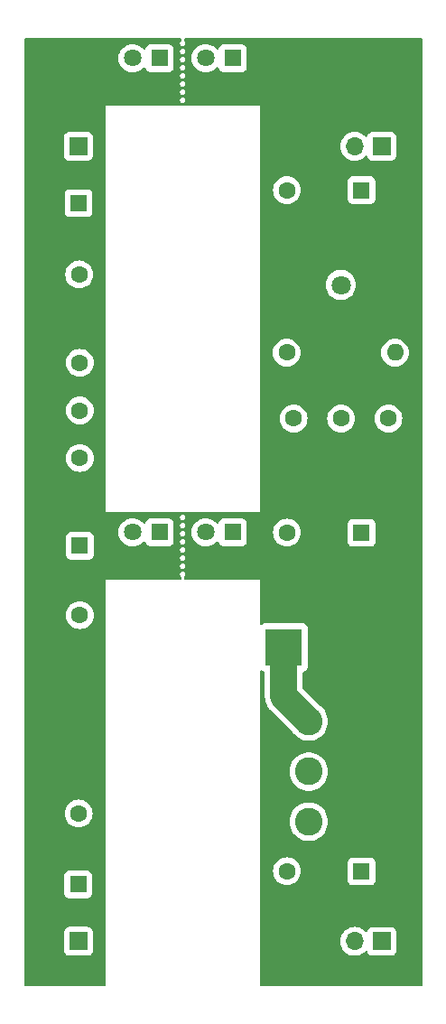
<source format=gbl>
G04 #@! TF.GenerationSoftware,KiCad,Pcbnew,7.0.7*
G04 #@! TF.CreationDate,2023-09-11T08:48:11-04:00*
G04 #@! TF.ProjectId,Breadboard supply rail,42726561-6462-46f6-9172-642073757070,rev?*
G04 #@! TF.SameCoordinates,Original*
G04 #@! TF.FileFunction,Copper,L2,Bot*
G04 #@! TF.FilePolarity,Positive*
%FSLAX46Y46*%
G04 Gerber Fmt 4.6, Leading zero omitted, Abs format (unit mm)*
G04 Created by KiCad (PCBNEW 7.0.7) date 2023-09-11 08:48:11*
%MOMM*%
%LPD*%
G01*
G04 APERTURE LIST*
G04 Aperture macros list*
%AMRoundRect*
0 Rectangle with rounded corners*
0 $1 Rounding radius*
0 $2 $3 $4 $5 $6 $7 $8 $9 X,Y pos of 4 corners*
0 Add a 4 corners polygon primitive as box body*
4,1,4,$2,$3,$4,$5,$6,$7,$8,$9,$2,$3,0*
0 Add four circle primitives for the rounded corners*
1,1,$1+$1,$2,$3*
1,1,$1+$1,$4,$5*
1,1,$1+$1,$6,$7*
1,1,$1+$1,$8,$9*
0 Add four rect primitives between the rounded corners*
20,1,$1+$1,$2,$3,$4,$5,0*
20,1,$1+$1,$4,$5,$6,$7,0*
20,1,$1+$1,$6,$7,$8,$9,0*
20,1,$1+$1,$8,$9,$2,$3,0*%
G04 Aperture macros list end*
G04 #@! TA.AperFunction,ComponentPad*
%ADD10R,1.600000X1.600000*%
G04 #@! TD*
G04 #@! TA.AperFunction,ComponentPad*
%ADD11C,1.600000*%
G04 #@! TD*
G04 #@! TA.AperFunction,ComponentPad*
%ADD12C,2.600000*%
G04 #@! TD*
G04 #@! TA.AperFunction,ComponentPad*
%ADD13R,1.700000X1.700000*%
G04 #@! TD*
G04 #@! TA.AperFunction,ComponentPad*
%ADD14O,1.700000X1.700000*%
G04 #@! TD*
G04 #@! TA.AperFunction,ComponentPad*
%ADD15R,1.635000X1.635000*%
G04 #@! TD*
G04 #@! TA.AperFunction,ComponentPad*
%ADD16C,1.635000*%
G04 #@! TD*
G04 #@! TA.AperFunction,ComponentPad*
%ADD17O,1.600000X1.600000*%
G04 #@! TD*
G04 #@! TA.AperFunction,ComponentPad*
%ADD18R,1.800000X1.800000*%
G04 #@! TD*
G04 #@! TA.AperFunction,ComponentPad*
%ADD19C,1.800000*%
G04 #@! TD*
G04 #@! TA.AperFunction,ComponentPad*
%ADD20R,3.500000X3.500000*%
G04 #@! TD*
G04 #@! TA.AperFunction,ComponentPad*
%ADD21RoundRect,0.750000X0.750000X1.000000X-0.750000X1.000000X-0.750000X-1.000000X0.750000X-1.000000X0*%
G04 #@! TD*
G04 #@! TA.AperFunction,ComponentPad*
%ADD22RoundRect,0.875000X0.875000X0.875000X-0.875000X0.875000X-0.875000X-0.875000X0.875000X-0.875000X0*%
G04 #@! TD*
G04 #@! TA.AperFunction,Conductor*
%ADD23C,2.540000*%
G04 #@! TD*
G04 APERTURE END LIST*
D10*
X161925000Y-68250000D03*
D11*
X161925000Y-70750000D03*
D10*
X135392800Y-69469000D03*
D11*
X132892800Y-69469000D03*
D12*
X156995400Y-118058200D03*
X156995400Y-122758200D03*
X156995400Y-127458200D03*
D11*
X135514400Y-108102400D03*
X133014400Y-108102400D03*
D13*
X135382000Y-64135000D03*
D14*
X132842000Y-64135000D03*
D13*
X163830000Y-64135000D03*
D14*
X161290000Y-64135000D03*
X158750000Y-64135000D03*
X156210000Y-64135000D03*
D11*
X135514400Y-84429600D03*
X133014400Y-84429600D03*
D13*
X135387000Y-138677800D03*
D14*
X132847000Y-138677800D03*
D11*
X160020000Y-89662000D03*
X160020000Y-87162000D03*
D15*
X149860000Y-55875000D03*
D16*
X149860000Y-58415000D03*
X147320000Y-55875000D03*
X147320000Y-58415000D03*
D11*
X135514400Y-88906000D03*
X133014400Y-88906000D03*
D13*
X163830000Y-138684000D03*
D14*
X161290000Y-138684000D03*
X158750000Y-138684000D03*
X156210000Y-138684000D03*
D10*
X135509000Y-101600000D03*
D11*
X133009000Y-101600000D03*
X154920000Y-83480000D03*
D17*
X165080000Y-83480000D03*
D10*
X135382000Y-133350000D03*
D11*
X132882000Y-133350000D03*
D18*
X160000000Y-79675000D03*
D19*
X160000000Y-77135000D03*
D11*
X154940000Y-132100000D03*
X154940000Y-134600000D03*
D15*
X149860000Y-100330000D03*
D16*
X149860000Y-102870000D03*
X147320000Y-100330000D03*
X147320000Y-102870000D03*
D15*
X143002000Y-100330000D03*
D16*
X143002000Y-102870000D03*
X140462000Y-100330000D03*
X140462000Y-102870000D03*
D11*
X154940000Y-68250000D03*
X154940000Y-70750000D03*
X154940000Y-100350000D03*
X154940000Y-102850000D03*
X155575000Y-89662000D03*
X155575000Y-87162000D03*
X135412800Y-126695200D03*
X132912800Y-126695200D03*
D15*
X143002000Y-55880000D03*
D16*
X143002000Y-58420000D03*
X140462000Y-55880000D03*
X140462000Y-58420000D03*
D11*
X164465000Y-89662000D03*
X164465000Y-87162000D03*
D20*
X154655000Y-111125000D03*
D21*
X160655000Y-111125000D03*
D22*
X157655000Y-106425000D03*
D10*
X161925000Y-132120000D03*
D11*
X161925000Y-134620000D03*
D10*
X161925000Y-100370000D03*
D11*
X161925000Y-102870000D03*
X135514400Y-93370400D03*
X133014400Y-93370400D03*
X135463600Y-76149200D03*
X132963600Y-76149200D03*
D23*
X154655000Y-115717800D02*
X156995400Y-118058200D01*
X154655000Y-111125000D02*
X154655000Y-115717800D01*
G04 #@! TA.AperFunction,Conductor*
G36*
X144922469Y-53995185D02*
G01*
X144943111Y-54011819D01*
X145022085Y-54090793D01*
X145055570Y-54152116D01*
X145050586Y-54221808D01*
X145022085Y-54266155D01*
X145019934Y-54268306D01*
X145001146Y-54283725D01*
X144977516Y-54299514D01*
X144977514Y-54299516D01*
X144961725Y-54323146D01*
X144948858Y-54338825D01*
X144946614Y-54342183D01*
X144937056Y-54360066D01*
X144921267Y-54383696D01*
X144921266Y-54383700D01*
X144915721Y-54411573D01*
X144909833Y-54430985D01*
X144909045Y-54434948D01*
X144907058Y-54455127D01*
X144901514Y-54483000D01*
X144907057Y-54510866D01*
X144909045Y-54531057D01*
X144909833Y-54535016D01*
X144915721Y-54554426D01*
X144920225Y-54577066D01*
X144921266Y-54582301D01*
X144937054Y-54605930D01*
X144946614Y-54623816D01*
X144948863Y-54627181D01*
X144961727Y-54642856D01*
X144977514Y-54666482D01*
X144977516Y-54666484D01*
X145001142Y-54682271D01*
X145016817Y-54695135D01*
X145018500Y-54696259D01*
X145018503Y-54696262D01*
X145018505Y-54696263D01*
X145020188Y-54697387D01*
X145038075Y-54706949D01*
X145061697Y-54722733D01*
X145061699Y-54722734D01*
X145089575Y-54728278D01*
X145108974Y-54734164D01*
X145110959Y-54734559D01*
X145110962Y-54734560D01*
X145110965Y-54734560D01*
X145112945Y-54734954D01*
X145133131Y-54736942D01*
X145158035Y-54741896D01*
X145160482Y-54742383D01*
X145160964Y-54742635D01*
X145161518Y-54742383D01*
X145166411Y-54741409D01*
X145188867Y-54736942D01*
X145209057Y-54734954D01*
X145211035Y-54734560D01*
X145211038Y-54734560D01*
X145211040Y-54734559D01*
X145213024Y-54734164D01*
X145232427Y-54728278D01*
X145260301Y-54722734D01*
X145283929Y-54706945D01*
X145301812Y-54697387D01*
X145303494Y-54696263D01*
X145303497Y-54696262D01*
X145303499Y-54696259D01*
X145305183Y-54695135D01*
X145320851Y-54682274D01*
X145344484Y-54666484D01*
X145360274Y-54642851D01*
X145373135Y-54627183D01*
X145374259Y-54625499D01*
X145374262Y-54625497D01*
X145374263Y-54625494D01*
X145375387Y-54623812D01*
X145384945Y-54605929D01*
X145400734Y-54582301D01*
X145406278Y-54554426D01*
X145411971Y-54535661D01*
X145412559Y-54533041D01*
X145412559Y-54533040D01*
X145412560Y-54533038D01*
X145412771Y-54528699D01*
X145415006Y-54510548D01*
X145420486Y-54483000D01*
X145415005Y-54455445D01*
X145412771Y-54437295D01*
X145412560Y-54432960D01*
X145411971Y-54430335D01*
X145406278Y-54411568D01*
X145400735Y-54383701D01*
X145400733Y-54383697D01*
X145384949Y-54360075D01*
X145375387Y-54342188D01*
X145374263Y-54340505D01*
X145374262Y-54340503D01*
X145374259Y-54340500D01*
X145373135Y-54338817D01*
X145360271Y-54323142D01*
X145344484Y-54299516D01*
X145344482Y-54299514D01*
X145320856Y-54283727D01*
X145302068Y-54268308D01*
X145299914Y-54266154D01*
X145266429Y-54204831D01*
X145271413Y-54135139D01*
X145299910Y-54090796D01*
X145378890Y-54011816D01*
X145440212Y-53978334D01*
X145466569Y-53975500D01*
X167515500Y-53975500D01*
X167582539Y-53995185D01*
X167628294Y-54047989D01*
X167639500Y-54099500D01*
X167639500Y-142750500D01*
X167619815Y-142817539D01*
X167567011Y-142863294D01*
X167515500Y-142874500D01*
X152524500Y-142874500D01*
X152457461Y-142854815D01*
X152411706Y-142802011D01*
X152400500Y-142750500D01*
X152400500Y-138684000D01*
X159934341Y-138684000D01*
X159954936Y-138919403D01*
X159954938Y-138919413D01*
X160016094Y-139147655D01*
X160016096Y-139147659D01*
X160016097Y-139147663D01*
X160100499Y-139328663D01*
X160115965Y-139361830D01*
X160115967Y-139361834D01*
X160224281Y-139516521D01*
X160251505Y-139555401D01*
X160418599Y-139722495D01*
X160515384Y-139790264D01*
X160612165Y-139858032D01*
X160612167Y-139858033D01*
X160612170Y-139858035D01*
X160826337Y-139957903D01*
X161054592Y-140019063D01*
X161231034Y-140034500D01*
X161289999Y-140039659D01*
X161290000Y-140039659D01*
X161290001Y-140039659D01*
X161348966Y-140034500D01*
X161525408Y-140019063D01*
X161753663Y-139957903D01*
X161967830Y-139858035D01*
X162161401Y-139722495D01*
X162283329Y-139600566D01*
X162344648Y-139567084D01*
X162414340Y-139572068D01*
X162470274Y-139613939D01*
X162487189Y-139644917D01*
X162536202Y-139776328D01*
X162536206Y-139776335D01*
X162622452Y-139891544D01*
X162622455Y-139891547D01*
X162737664Y-139977793D01*
X162737671Y-139977797D01*
X162872517Y-140028091D01*
X162872516Y-140028091D01*
X162879444Y-140028835D01*
X162932127Y-140034500D01*
X164727872Y-140034499D01*
X164787483Y-140028091D01*
X164922331Y-139977796D01*
X165037546Y-139891546D01*
X165123796Y-139776331D01*
X165174091Y-139641483D01*
X165180500Y-139581873D01*
X165180499Y-137786128D01*
X165174091Y-137726517D01*
X165172810Y-137723083D01*
X165123797Y-137591671D01*
X165123793Y-137591664D01*
X165037547Y-137476455D01*
X165037544Y-137476452D01*
X164922335Y-137390206D01*
X164922328Y-137390202D01*
X164787482Y-137339908D01*
X164787483Y-137339908D01*
X164727883Y-137333501D01*
X164727881Y-137333500D01*
X164727873Y-137333500D01*
X164727864Y-137333500D01*
X162932129Y-137333500D01*
X162932123Y-137333501D01*
X162872516Y-137339908D01*
X162737671Y-137390202D01*
X162737664Y-137390206D01*
X162622455Y-137476452D01*
X162622452Y-137476455D01*
X162536206Y-137591664D01*
X162536203Y-137591669D01*
X162487189Y-137723083D01*
X162445317Y-137779016D01*
X162379853Y-137803433D01*
X162311580Y-137788581D01*
X162283326Y-137767430D01*
X162161402Y-137645506D01*
X162161395Y-137645501D01*
X161967834Y-137509967D01*
X161967830Y-137509965D01*
X161967828Y-137509964D01*
X161753663Y-137410097D01*
X161753659Y-137410096D01*
X161753655Y-137410094D01*
X161525413Y-137348938D01*
X161525403Y-137348936D01*
X161290001Y-137328341D01*
X161289999Y-137328341D01*
X161054596Y-137348936D01*
X161054586Y-137348938D01*
X160826344Y-137410094D01*
X160826335Y-137410098D01*
X160612171Y-137509964D01*
X160612169Y-137509965D01*
X160418597Y-137645505D01*
X160251505Y-137812597D01*
X160115965Y-138006169D01*
X160115964Y-138006171D01*
X160016098Y-138220335D01*
X160016094Y-138220344D01*
X159954938Y-138448586D01*
X159954936Y-138448596D01*
X159934341Y-138683999D01*
X159934341Y-138684000D01*
X152400500Y-138684000D01*
X152400500Y-132100001D01*
X153634532Y-132100001D01*
X153654364Y-132326686D01*
X153654366Y-132326697D01*
X153713258Y-132546488D01*
X153713261Y-132546497D01*
X153809431Y-132752732D01*
X153809432Y-132752734D01*
X153939954Y-132939141D01*
X154100858Y-133100045D01*
X154100861Y-133100047D01*
X154287266Y-133230568D01*
X154493504Y-133326739D01*
X154713308Y-133385635D01*
X154875230Y-133399801D01*
X154939998Y-133405468D01*
X154940000Y-133405468D01*
X154940002Y-133405468D01*
X154996673Y-133400509D01*
X155166692Y-133385635D01*
X155386496Y-133326739D01*
X155592734Y-133230568D01*
X155779139Y-133100047D01*
X155911316Y-132967870D01*
X160624500Y-132967870D01*
X160624501Y-132967876D01*
X160630908Y-133027483D01*
X160681202Y-133162328D01*
X160681206Y-133162335D01*
X160767452Y-133277544D01*
X160767455Y-133277547D01*
X160882664Y-133363793D01*
X160882671Y-133363797D01*
X161017517Y-133414091D01*
X161017516Y-133414091D01*
X161024444Y-133414835D01*
X161077127Y-133420500D01*
X162772872Y-133420499D01*
X162832483Y-133414091D01*
X162967331Y-133363796D01*
X163082546Y-133277546D01*
X163168796Y-133162331D01*
X163219091Y-133027483D01*
X163225500Y-132967873D01*
X163225499Y-131272128D01*
X163219091Y-131212517D01*
X163177107Y-131099953D01*
X163168797Y-131077671D01*
X163168793Y-131077664D01*
X163082547Y-130962455D01*
X163082544Y-130962452D01*
X162967335Y-130876206D01*
X162967328Y-130876202D01*
X162832482Y-130825908D01*
X162832483Y-130825908D01*
X162772883Y-130819501D01*
X162772881Y-130819500D01*
X162772873Y-130819500D01*
X162772864Y-130819500D01*
X161077129Y-130819500D01*
X161077123Y-130819501D01*
X161017516Y-130825908D01*
X160882671Y-130876202D01*
X160882664Y-130876206D01*
X160767455Y-130962452D01*
X160767452Y-130962455D01*
X160681206Y-131077664D01*
X160681202Y-131077671D01*
X160630908Y-131212517D01*
X160625711Y-131260861D01*
X160624501Y-131272123D01*
X160624500Y-131272135D01*
X160624500Y-132967870D01*
X155911316Y-132967870D01*
X155940047Y-132939139D01*
X156070568Y-132752734D01*
X156166739Y-132546496D01*
X156225635Y-132326692D01*
X156245468Y-132100000D01*
X156241610Y-132055908D01*
X156225635Y-131873313D01*
X156225635Y-131873308D01*
X156166739Y-131653504D01*
X156070568Y-131447266D01*
X155947936Y-131272128D01*
X155940045Y-131260858D01*
X155779141Y-131099954D01*
X155592734Y-130969432D01*
X155592732Y-130969431D01*
X155386497Y-130873261D01*
X155386488Y-130873258D01*
X155166697Y-130814366D01*
X155166693Y-130814365D01*
X155166692Y-130814365D01*
X155166691Y-130814364D01*
X155166686Y-130814364D01*
X154940002Y-130794532D01*
X154939998Y-130794532D01*
X154713313Y-130814364D01*
X154713302Y-130814366D01*
X154493511Y-130873258D01*
X154493502Y-130873261D01*
X154287267Y-130969431D01*
X154287265Y-130969432D01*
X154100858Y-131099954D01*
X153939954Y-131260858D01*
X153809432Y-131447265D01*
X153809431Y-131447267D01*
X153713261Y-131653502D01*
X153713258Y-131653511D01*
X153654366Y-131873302D01*
X153654364Y-131873313D01*
X153634532Y-132099998D01*
X153634532Y-132100001D01*
X152400500Y-132100001D01*
X152400500Y-127458204D01*
X155189851Y-127458204D01*
X155210016Y-127727301D01*
X155267884Y-127980835D01*
X155270066Y-127990395D01*
X155368657Y-128241598D01*
X155503585Y-128475302D01*
X155639480Y-128645709D01*
X155671842Y-128686289D01*
X155858583Y-128859558D01*
X155869659Y-128869835D01*
X156092626Y-129021851D01*
X156335759Y-129138938D01*
X156593628Y-129218480D01*
X156593629Y-129218480D01*
X156593632Y-129218481D01*
X156860463Y-129258699D01*
X156860468Y-129258699D01*
X156860471Y-129258700D01*
X156860472Y-129258700D01*
X157130328Y-129258700D01*
X157130329Y-129258700D01*
X157130336Y-129258699D01*
X157397167Y-129218481D01*
X157397168Y-129218480D01*
X157397172Y-129218480D01*
X157655041Y-129138938D01*
X157898175Y-129021851D01*
X158121141Y-128869835D01*
X158318961Y-128686285D01*
X158487215Y-128475302D01*
X158622143Y-128241598D01*
X158720734Y-127990395D01*
X158780783Y-127727303D01*
X158800949Y-127458200D01*
X158780783Y-127189097D01*
X158720734Y-126926005D01*
X158622143Y-126674802D01*
X158487215Y-126441098D01*
X158318961Y-126230115D01*
X158318960Y-126230114D01*
X158318957Y-126230110D01*
X158121141Y-126046565D01*
X158115127Y-126042465D01*
X157898175Y-125894549D01*
X157898169Y-125894546D01*
X157898168Y-125894545D01*
X157898167Y-125894544D01*
X157655043Y-125777463D01*
X157655045Y-125777463D01*
X157397173Y-125697920D01*
X157397167Y-125697918D01*
X157130336Y-125657700D01*
X157130329Y-125657700D01*
X156860471Y-125657700D01*
X156860463Y-125657700D01*
X156593632Y-125697918D01*
X156593626Y-125697920D01*
X156335758Y-125777462D01*
X156092630Y-125894546D01*
X155869658Y-126046565D01*
X155671842Y-126230110D01*
X155503585Y-126441098D01*
X155368658Y-126674799D01*
X155368656Y-126674803D01*
X155270066Y-126926004D01*
X155270064Y-126926011D01*
X155210016Y-127189098D01*
X155189851Y-127458195D01*
X155189851Y-127458204D01*
X152400500Y-127458204D01*
X152400500Y-122758204D01*
X155189851Y-122758204D01*
X155210016Y-123027301D01*
X155270064Y-123290388D01*
X155270066Y-123290395D01*
X155368657Y-123541598D01*
X155503585Y-123775302D01*
X155639480Y-123945709D01*
X155671842Y-123986289D01*
X155858583Y-124159558D01*
X155869659Y-124169835D01*
X156092626Y-124321851D01*
X156335759Y-124438938D01*
X156593628Y-124518480D01*
X156593629Y-124518480D01*
X156593632Y-124518481D01*
X156860463Y-124558699D01*
X156860468Y-124558699D01*
X156860471Y-124558700D01*
X156860472Y-124558700D01*
X157130328Y-124558700D01*
X157130329Y-124558700D01*
X157130336Y-124558699D01*
X157397167Y-124518481D01*
X157397168Y-124518480D01*
X157397172Y-124518480D01*
X157655041Y-124438938D01*
X157898175Y-124321851D01*
X158121141Y-124169835D01*
X158318961Y-123986285D01*
X158487215Y-123775302D01*
X158622143Y-123541598D01*
X158720734Y-123290395D01*
X158780783Y-123027303D01*
X158800949Y-122758200D01*
X158780783Y-122489097D01*
X158720734Y-122226005D01*
X158622143Y-121974802D01*
X158487215Y-121741098D01*
X158318961Y-121530115D01*
X158318960Y-121530114D01*
X158318957Y-121530110D01*
X158121141Y-121346565D01*
X158121140Y-121346565D01*
X157898175Y-121194549D01*
X157898169Y-121194546D01*
X157898168Y-121194545D01*
X157898167Y-121194544D01*
X157655043Y-121077463D01*
X157655045Y-121077463D01*
X157397173Y-120997920D01*
X157397167Y-120997918D01*
X157130336Y-120957700D01*
X157130329Y-120957700D01*
X156860471Y-120957700D01*
X156860463Y-120957700D01*
X156593632Y-120997918D01*
X156593626Y-120997920D01*
X156335758Y-121077462D01*
X156092630Y-121194546D01*
X155869658Y-121346565D01*
X155671842Y-121530110D01*
X155503585Y-121741098D01*
X155368658Y-121974799D01*
X155368656Y-121974803D01*
X155270066Y-122226004D01*
X155270064Y-122226011D01*
X155210016Y-122489098D01*
X155189851Y-122758195D01*
X155189851Y-122758204D01*
X152400500Y-122758204D01*
X152400500Y-113370258D01*
X152420185Y-113303219D01*
X152472989Y-113257464D01*
X152542147Y-113247520D01*
X152598810Y-113270991D01*
X152662669Y-113318796D01*
X152662670Y-113318796D01*
X152662673Y-113318798D01*
X152747214Y-113350329D01*
X152797517Y-113369091D01*
X152797518Y-113369091D01*
X152803832Y-113371446D01*
X152859766Y-113413316D01*
X152884184Y-113478781D01*
X152884500Y-113487628D01*
X152884500Y-115684669D01*
X152880775Y-115784186D01*
X152891924Y-115883128D01*
X152899364Y-115982417D01*
X152905989Y-116011443D01*
X152907155Y-116018302D01*
X152910487Y-116047877D01*
X152910488Y-116047880D01*
X152936257Y-116144052D01*
X152958414Y-116241127D01*
X152958416Y-116241132D01*
X152969286Y-116268828D01*
X152971461Y-116275438D01*
X152979167Y-116304197D01*
X153018986Y-116395463D01*
X153055362Y-116488147D01*
X153070242Y-116513920D01*
X153073377Y-116520130D01*
X153085281Y-116547413D01*
X153085286Y-116547423D01*
X153138259Y-116631729D01*
X153188043Y-116717956D01*
X153206601Y-116741228D01*
X153210626Y-116746902D01*
X153226464Y-116772107D01*
X153226465Y-116772108D01*
X153291416Y-116847582D01*
X153353492Y-116925423D01*
X153426488Y-116993153D01*
X155485139Y-119051804D01*
X155500484Y-119071798D01*
X155500970Y-119071467D01*
X155503581Y-119075296D01*
X155503582Y-119075298D01*
X155503585Y-119075302D01*
X155639060Y-119245182D01*
X155671842Y-119286289D01*
X155858583Y-119459558D01*
X155869659Y-119469835D01*
X156092626Y-119621851D01*
X156335759Y-119738938D01*
X156593628Y-119818480D01*
X156593629Y-119818480D01*
X156593632Y-119818481D01*
X156860463Y-119858699D01*
X156860468Y-119858699D01*
X156860471Y-119858700D01*
X156860472Y-119858700D01*
X157130328Y-119858700D01*
X157130329Y-119858700D01*
X157130336Y-119858699D01*
X157397167Y-119818481D01*
X157397168Y-119818480D01*
X157397172Y-119818480D01*
X157655041Y-119738938D01*
X157898175Y-119621851D01*
X158121141Y-119469835D01*
X158318961Y-119286285D01*
X158487215Y-119075302D01*
X158622143Y-118841598D01*
X158720734Y-118590395D01*
X158780783Y-118327303D01*
X158800949Y-118058200D01*
X158780783Y-117789097D01*
X158720734Y-117526005D01*
X158622143Y-117274802D01*
X158487215Y-117041098D01*
X158318961Y-116830115D01*
X158318960Y-116830114D01*
X158318957Y-116830110D01*
X158121137Y-116646561D01*
X158025433Y-116581311D01*
X158007604Y-116566539D01*
X156461819Y-115020754D01*
X156428334Y-114959431D01*
X156425500Y-114933073D01*
X156425500Y-113487628D01*
X156445185Y-113420589D01*
X156497989Y-113374834D01*
X156506168Y-113371446D01*
X156512481Y-113369091D01*
X156512483Y-113369091D01*
X156647331Y-113318796D01*
X156762546Y-113232546D01*
X156848796Y-113117331D01*
X156899091Y-112982483D01*
X156905500Y-112922873D01*
X156905499Y-109327128D01*
X156899091Y-109267517D01*
X156848796Y-109132669D01*
X156848795Y-109132668D01*
X156848793Y-109132664D01*
X156762547Y-109017455D01*
X156762544Y-109017452D01*
X156647335Y-108931206D01*
X156647328Y-108931202D01*
X156512482Y-108880908D01*
X156512483Y-108880908D01*
X156452883Y-108874501D01*
X156452881Y-108874500D01*
X156452873Y-108874500D01*
X156452864Y-108874500D01*
X152857129Y-108874500D01*
X152857123Y-108874501D01*
X152797516Y-108880908D01*
X152662671Y-108931202D01*
X152662668Y-108931204D01*
X152598811Y-108979008D01*
X152533347Y-109003425D01*
X152465074Y-108988573D01*
X152415668Y-108939168D01*
X152400500Y-108879741D01*
X152400500Y-104799759D01*
X152400528Y-104799616D01*
X152400524Y-104799616D01*
X152400539Y-104775002D01*
X152400541Y-104775000D01*
X152400462Y-104774808D01*
X152400384Y-104774618D01*
X152400382Y-104774616D01*
X152400099Y-104774500D01*
X152400000Y-104774459D01*
X152375446Y-104774459D01*
X152375240Y-104774500D01*
X145466569Y-104774500D01*
X145399530Y-104754815D01*
X145378888Y-104738181D01*
X145299914Y-104659207D01*
X145266429Y-104597884D01*
X145271413Y-104528192D01*
X145299914Y-104483845D01*
X145302069Y-104481690D01*
X145320851Y-104466274D01*
X145344484Y-104450484D01*
X145360274Y-104426851D01*
X145373135Y-104411183D01*
X145374259Y-104409499D01*
X145374262Y-104409497D01*
X145374263Y-104409494D01*
X145375387Y-104407812D01*
X145384945Y-104389929D01*
X145400734Y-104366301D01*
X145406278Y-104338426D01*
X145411971Y-104319661D01*
X145412559Y-104317041D01*
X145412559Y-104317040D01*
X145412560Y-104317038D01*
X145412771Y-104312699D01*
X145415006Y-104294548D01*
X145420486Y-104267000D01*
X145415005Y-104239445D01*
X145412771Y-104221295D01*
X145412560Y-104216960D01*
X145411971Y-104214335D01*
X145406278Y-104195568D01*
X145400735Y-104167701D01*
X145400733Y-104167697D01*
X145384949Y-104144075D01*
X145375387Y-104126188D01*
X145374263Y-104124505D01*
X145374262Y-104124503D01*
X145374259Y-104124500D01*
X145373135Y-104122817D01*
X145360271Y-104107142D01*
X145344484Y-104083516D01*
X145344482Y-104083514D01*
X145320856Y-104067727D01*
X145305181Y-104054863D01*
X145301816Y-104052614D01*
X145283930Y-104043054D01*
X145260301Y-104027266D01*
X145260300Y-104027265D01*
X145232426Y-104021721D01*
X145213016Y-104015833D01*
X145209057Y-104015045D01*
X145188867Y-104013057D01*
X145161518Y-104007617D01*
X145161035Y-104007364D01*
X145160481Y-104007617D01*
X145133131Y-104013057D01*
X145112945Y-104015045D01*
X145108985Y-104015833D01*
X145089573Y-104021721D01*
X145068892Y-104025835D01*
X145061699Y-104027266D01*
X145061698Y-104027266D01*
X145061696Y-104027267D01*
X145038066Y-104043056D01*
X145020183Y-104052614D01*
X145016825Y-104054858D01*
X145001146Y-104067725D01*
X144977516Y-104083514D01*
X144977514Y-104083516D01*
X144961725Y-104107146D01*
X144948858Y-104122825D01*
X144946614Y-104126183D01*
X144937056Y-104144066D01*
X144921267Y-104167696D01*
X144921266Y-104167700D01*
X144915721Y-104195573D01*
X144909833Y-104214985D01*
X144909045Y-104218948D01*
X144907058Y-104239127D01*
X144901514Y-104267000D01*
X144907057Y-104294866D01*
X144909045Y-104315057D01*
X144909833Y-104319016D01*
X144915721Y-104338426D01*
X144921266Y-104366301D01*
X144937054Y-104389930D01*
X144946614Y-104407816D01*
X144948863Y-104411181D01*
X144961727Y-104426856D01*
X144977514Y-104450482D01*
X144977516Y-104450484D01*
X145001142Y-104466271D01*
X145019911Y-104481670D01*
X145022065Y-104483823D01*
X145055564Y-104545139D01*
X145050596Y-104614832D01*
X145022086Y-104659205D01*
X144943109Y-104738182D01*
X144881789Y-104771666D01*
X144855430Y-104774500D01*
X137946760Y-104774500D01*
X137946554Y-104774459D01*
X137922000Y-104774459D01*
X137921901Y-104774500D01*
X137921617Y-104774616D01*
X137921615Y-104774618D01*
X137921459Y-104774999D01*
X137921476Y-104799616D01*
X137921471Y-104799616D01*
X137921500Y-104799759D01*
X137921500Y-142750500D01*
X137901815Y-142817539D01*
X137849011Y-142863294D01*
X137797500Y-142874500D01*
X130426500Y-142874500D01*
X130359461Y-142854815D01*
X130313706Y-142802011D01*
X130302500Y-142750500D01*
X130302500Y-139575670D01*
X134036500Y-139575670D01*
X134036501Y-139575676D01*
X134042908Y-139635283D01*
X134093202Y-139770128D01*
X134093206Y-139770135D01*
X134179452Y-139885344D01*
X134179455Y-139885347D01*
X134294664Y-139971593D01*
X134294671Y-139971597D01*
X134429517Y-140021891D01*
X134429516Y-140021891D01*
X134436444Y-140022635D01*
X134489127Y-140028300D01*
X136284872Y-140028299D01*
X136344483Y-140021891D01*
X136479331Y-139971596D01*
X136594546Y-139885346D01*
X136680796Y-139770131D01*
X136731091Y-139635283D01*
X136737500Y-139575673D01*
X136737499Y-137779928D01*
X136732299Y-137731557D01*
X136731091Y-137720316D01*
X136680797Y-137585471D01*
X136680793Y-137585464D01*
X136594547Y-137470255D01*
X136594544Y-137470252D01*
X136479335Y-137384006D01*
X136479328Y-137384002D01*
X136344482Y-137333708D01*
X136344483Y-137333708D01*
X136284883Y-137327301D01*
X136284881Y-137327300D01*
X136284873Y-137327300D01*
X136284864Y-137327300D01*
X134489129Y-137327300D01*
X134489123Y-137327301D01*
X134429516Y-137333708D01*
X134294671Y-137384002D01*
X134294664Y-137384006D01*
X134179455Y-137470252D01*
X134179452Y-137470255D01*
X134093206Y-137585464D01*
X134093202Y-137585471D01*
X134042908Y-137720317D01*
X134036598Y-137779016D01*
X134036501Y-137779923D01*
X134036500Y-137779935D01*
X134036500Y-139575670D01*
X130302500Y-139575670D01*
X130302500Y-134197870D01*
X134081500Y-134197870D01*
X134081501Y-134197876D01*
X134087908Y-134257483D01*
X134138202Y-134392328D01*
X134138206Y-134392335D01*
X134224452Y-134507544D01*
X134224455Y-134507547D01*
X134339664Y-134593793D01*
X134339671Y-134593797D01*
X134474517Y-134644091D01*
X134474516Y-134644091D01*
X134481444Y-134644835D01*
X134534127Y-134650500D01*
X136229872Y-134650499D01*
X136289483Y-134644091D01*
X136424331Y-134593796D01*
X136539546Y-134507546D01*
X136625796Y-134392331D01*
X136676091Y-134257483D01*
X136682500Y-134197873D01*
X136682499Y-132502128D01*
X136676091Y-132442517D01*
X136625796Y-132307669D01*
X136625795Y-132307668D01*
X136625793Y-132307664D01*
X136539547Y-132192455D01*
X136539544Y-132192452D01*
X136424335Y-132106206D01*
X136424328Y-132106202D01*
X136289482Y-132055908D01*
X136289483Y-132055908D01*
X136229883Y-132049501D01*
X136229881Y-132049500D01*
X136229873Y-132049500D01*
X136229864Y-132049500D01*
X134534129Y-132049500D01*
X134534123Y-132049501D01*
X134474516Y-132055908D01*
X134339671Y-132106202D01*
X134339664Y-132106206D01*
X134224455Y-132192452D01*
X134224452Y-132192455D01*
X134138206Y-132307664D01*
X134138202Y-132307671D01*
X134087908Y-132442517D01*
X134081501Y-132502116D01*
X134081501Y-132502123D01*
X134081500Y-132502135D01*
X134081500Y-134197870D01*
X130302500Y-134197870D01*
X130302500Y-126695201D01*
X134107332Y-126695201D01*
X134127164Y-126921886D01*
X134127166Y-126921897D01*
X134186058Y-127141688D01*
X134186061Y-127141697D01*
X134282231Y-127347932D01*
X134282232Y-127347934D01*
X134412754Y-127534341D01*
X134573658Y-127695245D01*
X134573661Y-127695247D01*
X134760066Y-127825768D01*
X134966304Y-127921939D01*
X135186108Y-127980835D01*
X135348030Y-127995001D01*
X135412798Y-128000668D01*
X135412800Y-128000668D01*
X135412802Y-128000668D01*
X135469473Y-127995709D01*
X135639492Y-127980835D01*
X135859296Y-127921939D01*
X136065534Y-127825768D01*
X136251939Y-127695247D01*
X136412847Y-127534339D01*
X136543368Y-127347934D01*
X136639539Y-127141696D01*
X136698435Y-126921892D01*
X136718268Y-126695200D01*
X136716483Y-126674803D01*
X136698435Y-126468513D01*
X136698435Y-126468508D01*
X136639539Y-126248704D01*
X136543368Y-126042466D01*
X136412847Y-125856061D01*
X136412845Y-125856058D01*
X136251941Y-125695154D01*
X136065534Y-125564632D01*
X136065532Y-125564631D01*
X135859297Y-125468461D01*
X135859288Y-125468458D01*
X135639497Y-125409566D01*
X135639493Y-125409565D01*
X135639492Y-125409565D01*
X135639491Y-125409564D01*
X135639486Y-125409564D01*
X135412802Y-125389732D01*
X135412798Y-125389732D01*
X135186113Y-125409564D01*
X135186102Y-125409566D01*
X134966311Y-125468458D01*
X134966302Y-125468461D01*
X134760067Y-125564631D01*
X134760065Y-125564632D01*
X134573658Y-125695154D01*
X134412754Y-125856058D01*
X134282232Y-126042465D01*
X134282231Y-126042467D01*
X134186061Y-126248702D01*
X134186058Y-126248711D01*
X134127166Y-126468502D01*
X134127164Y-126468513D01*
X134107332Y-126695198D01*
X134107332Y-126695201D01*
X130302500Y-126695201D01*
X130302500Y-108102401D01*
X134208932Y-108102401D01*
X134228764Y-108329086D01*
X134228766Y-108329097D01*
X134287658Y-108548888D01*
X134287661Y-108548897D01*
X134383831Y-108755132D01*
X134383832Y-108755134D01*
X134514354Y-108941541D01*
X134675258Y-109102445D01*
X134675261Y-109102447D01*
X134861666Y-109232968D01*
X135067904Y-109329139D01*
X135287708Y-109388035D01*
X135449630Y-109402201D01*
X135514398Y-109407868D01*
X135514400Y-109407868D01*
X135514402Y-109407868D01*
X135571073Y-109402909D01*
X135741092Y-109388035D01*
X135960896Y-109329139D01*
X136167134Y-109232968D01*
X136353539Y-109102447D01*
X136514447Y-108941539D01*
X136644968Y-108755134D01*
X136741139Y-108548896D01*
X136800035Y-108329092D01*
X136819868Y-108102400D01*
X136800035Y-107875708D01*
X136741139Y-107655904D01*
X136644968Y-107449666D01*
X136514447Y-107263261D01*
X136514445Y-107263258D01*
X136353541Y-107102354D01*
X136167134Y-106971832D01*
X136167132Y-106971831D01*
X135960897Y-106875661D01*
X135960888Y-106875658D01*
X135741097Y-106816766D01*
X135741093Y-106816765D01*
X135741092Y-106816765D01*
X135741091Y-106816764D01*
X135741086Y-106816764D01*
X135514402Y-106796932D01*
X135514398Y-106796932D01*
X135287713Y-106816764D01*
X135287702Y-106816766D01*
X135067911Y-106875658D01*
X135067902Y-106875661D01*
X134861667Y-106971831D01*
X134861665Y-106971832D01*
X134675258Y-107102354D01*
X134514354Y-107263258D01*
X134383832Y-107449665D01*
X134383831Y-107449667D01*
X134287661Y-107655902D01*
X134287658Y-107655911D01*
X134228766Y-107875702D01*
X134228764Y-107875713D01*
X134208932Y-108102398D01*
X134208932Y-108102401D01*
X130302500Y-108102401D01*
X130302500Y-103505000D01*
X144901514Y-103505000D01*
X144907057Y-103532866D01*
X144909045Y-103553057D01*
X144909833Y-103557016D01*
X144915721Y-103576426D01*
X144921266Y-103604301D01*
X144937054Y-103627930D01*
X144946614Y-103645816D01*
X144948863Y-103649181D01*
X144961727Y-103664856D01*
X144977514Y-103688482D01*
X144977516Y-103688484D01*
X145001142Y-103704271D01*
X145016817Y-103717135D01*
X145018500Y-103718259D01*
X145018503Y-103718262D01*
X145018505Y-103718263D01*
X145020188Y-103719387D01*
X145038075Y-103728949D01*
X145061697Y-103744733D01*
X145061699Y-103744734D01*
X145089575Y-103750278D01*
X145108974Y-103756164D01*
X145110959Y-103756559D01*
X145110962Y-103756560D01*
X145110965Y-103756560D01*
X145112945Y-103756954D01*
X145133131Y-103758942D01*
X145158035Y-103763896D01*
X145160482Y-103764383D01*
X145160964Y-103764635D01*
X145161518Y-103764383D01*
X145166411Y-103763409D01*
X145188867Y-103758942D01*
X145209057Y-103756954D01*
X145211035Y-103756560D01*
X145211038Y-103756560D01*
X145211040Y-103756559D01*
X145213024Y-103756164D01*
X145232427Y-103750278D01*
X145260301Y-103744734D01*
X145283929Y-103728945D01*
X145301812Y-103719387D01*
X145303494Y-103718263D01*
X145303497Y-103718262D01*
X145303499Y-103718259D01*
X145305183Y-103717135D01*
X145320851Y-103704274D01*
X145344484Y-103688484D01*
X145360274Y-103664851D01*
X145373135Y-103649183D01*
X145374259Y-103647499D01*
X145374262Y-103647497D01*
X145374263Y-103647494D01*
X145375387Y-103645812D01*
X145384945Y-103627929D01*
X145400734Y-103604301D01*
X145406278Y-103576426D01*
X145411971Y-103557661D01*
X145412559Y-103555041D01*
X145412559Y-103555040D01*
X145412560Y-103555038D01*
X145412771Y-103550699D01*
X145415006Y-103532548D01*
X145420486Y-103505000D01*
X145415005Y-103477445D01*
X145412771Y-103459295D01*
X145412560Y-103454960D01*
X145411971Y-103452335D01*
X145406278Y-103433568D01*
X145400735Y-103405701D01*
X145400733Y-103405697D01*
X145384949Y-103382075D01*
X145375387Y-103364188D01*
X145374263Y-103362505D01*
X145374262Y-103362503D01*
X145374259Y-103362500D01*
X145373135Y-103360817D01*
X145360271Y-103345142D01*
X145344484Y-103321516D01*
X145344482Y-103321514D01*
X145320856Y-103305727D01*
X145305181Y-103292863D01*
X145301816Y-103290614D01*
X145283930Y-103281054D01*
X145260301Y-103265266D01*
X145260301Y-103265265D01*
X145232426Y-103259721D01*
X145213016Y-103253833D01*
X145209057Y-103253045D01*
X145188867Y-103251057D01*
X145161518Y-103245617D01*
X145161035Y-103245364D01*
X145160481Y-103245617D01*
X145133131Y-103251057D01*
X145112945Y-103253045D01*
X145108985Y-103253833D01*
X145089573Y-103259721D01*
X145068892Y-103263835D01*
X145061699Y-103265266D01*
X145061698Y-103265266D01*
X145061696Y-103265267D01*
X145038066Y-103281056D01*
X145020183Y-103290614D01*
X145016825Y-103292858D01*
X145001146Y-103305725D01*
X144977516Y-103321514D01*
X144977514Y-103321516D01*
X144961725Y-103345146D01*
X144948858Y-103360825D01*
X144946614Y-103364183D01*
X144937056Y-103382066D01*
X144921267Y-103405696D01*
X144921266Y-103405700D01*
X144915721Y-103433573D01*
X144909833Y-103452985D01*
X144909045Y-103456948D01*
X144907058Y-103477127D01*
X144901514Y-103505000D01*
X130302500Y-103505000D01*
X130302500Y-102447870D01*
X134208500Y-102447870D01*
X134208501Y-102447876D01*
X134214908Y-102507483D01*
X134265202Y-102642328D01*
X134265206Y-102642335D01*
X134351452Y-102757544D01*
X134351455Y-102757547D01*
X134466664Y-102843793D01*
X134466671Y-102843797D01*
X134601517Y-102894091D01*
X134601516Y-102894091D01*
X134608444Y-102894835D01*
X134661127Y-102900500D01*
X136356872Y-102900499D01*
X136416483Y-102894091D01*
X136551331Y-102843796D01*
X136666546Y-102757546D01*
X136677435Y-102743000D01*
X144901514Y-102743000D01*
X144907057Y-102770866D01*
X144909045Y-102791057D01*
X144909833Y-102795016D01*
X144915721Y-102814426D01*
X144921266Y-102842301D01*
X144937054Y-102865930D01*
X144946614Y-102883816D01*
X144948863Y-102887181D01*
X144961727Y-102902856D01*
X144977514Y-102926482D01*
X144977516Y-102926484D01*
X145001142Y-102942271D01*
X145016817Y-102955135D01*
X145018500Y-102956259D01*
X145018503Y-102956262D01*
X145018505Y-102956263D01*
X145020188Y-102957387D01*
X145038075Y-102966949D01*
X145061697Y-102982733D01*
X145061699Y-102982734D01*
X145089575Y-102988278D01*
X145108974Y-102994164D01*
X145110959Y-102994559D01*
X145110962Y-102994560D01*
X145110965Y-102994560D01*
X145112945Y-102994954D01*
X145133131Y-102996942D01*
X145158035Y-103001896D01*
X145160482Y-103002383D01*
X145160964Y-103002635D01*
X145161518Y-103002383D01*
X145166411Y-103001409D01*
X145188867Y-102996942D01*
X145209057Y-102994954D01*
X145211035Y-102994560D01*
X145211038Y-102994560D01*
X145211040Y-102994559D01*
X145213024Y-102994164D01*
X145232427Y-102988278D01*
X145260301Y-102982734D01*
X145283929Y-102966945D01*
X145301812Y-102957387D01*
X145303494Y-102956263D01*
X145303497Y-102956262D01*
X145303499Y-102956259D01*
X145305183Y-102955135D01*
X145320851Y-102942274D01*
X145344484Y-102926484D01*
X145360274Y-102902851D01*
X145373135Y-102887183D01*
X145374259Y-102885499D01*
X145374262Y-102885497D01*
X145374263Y-102885494D01*
X145375387Y-102883812D01*
X145384945Y-102865929D01*
X145400734Y-102842301D01*
X145406278Y-102814426D01*
X145411971Y-102795661D01*
X145412559Y-102793041D01*
X145412559Y-102793040D01*
X145412560Y-102793038D01*
X145412771Y-102788699D01*
X145415006Y-102770548D01*
X145420486Y-102743000D01*
X145415005Y-102715445D01*
X145412771Y-102697295D01*
X145412560Y-102692960D01*
X145411971Y-102690335D01*
X145406278Y-102671568D01*
X145400735Y-102643701D01*
X145400733Y-102643697D01*
X145384949Y-102620075D01*
X145375387Y-102602188D01*
X145374263Y-102600505D01*
X145374262Y-102600503D01*
X145374259Y-102600500D01*
X145373135Y-102598817D01*
X145360271Y-102583142D01*
X145344484Y-102559516D01*
X145344482Y-102559514D01*
X145320856Y-102543727D01*
X145305181Y-102530863D01*
X145301816Y-102528614D01*
X145283930Y-102519054D01*
X145260301Y-102503266D01*
X145260300Y-102503265D01*
X145232426Y-102497721D01*
X145213016Y-102491833D01*
X145209057Y-102491045D01*
X145188867Y-102489057D01*
X145161518Y-102483617D01*
X145161035Y-102483364D01*
X145160481Y-102483617D01*
X145133131Y-102489057D01*
X145112945Y-102491045D01*
X145108985Y-102491833D01*
X145089573Y-102497721D01*
X145068892Y-102501835D01*
X145061699Y-102503266D01*
X145061698Y-102503266D01*
X145061696Y-102503267D01*
X145038066Y-102519056D01*
X145020183Y-102528614D01*
X145016825Y-102530858D01*
X145001146Y-102543725D01*
X144977516Y-102559514D01*
X144977514Y-102559516D01*
X144961725Y-102583146D01*
X144948858Y-102598825D01*
X144946614Y-102602183D01*
X144937056Y-102620066D01*
X144921267Y-102643696D01*
X144921266Y-102643700D01*
X144915721Y-102671573D01*
X144909833Y-102690985D01*
X144909045Y-102694948D01*
X144907058Y-102715127D01*
X144901514Y-102743000D01*
X136677435Y-102743000D01*
X136752796Y-102642331D01*
X136803091Y-102507483D01*
X136809500Y-102447873D01*
X136809500Y-101981000D01*
X144901514Y-101981000D01*
X144907057Y-102008866D01*
X144909045Y-102029057D01*
X144909833Y-102033016D01*
X144915721Y-102052426D01*
X144921266Y-102080301D01*
X144937054Y-102103930D01*
X144946614Y-102121816D01*
X144948863Y-102125181D01*
X144961727Y-102140856D01*
X144977514Y-102164482D01*
X144977516Y-102164484D01*
X145001142Y-102180271D01*
X145016817Y-102193135D01*
X145018500Y-102194259D01*
X145018503Y-102194262D01*
X145018505Y-102194263D01*
X145020188Y-102195387D01*
X145038075Y-102204949D01*
X145061697Y-102220733D01*
X145061699Y-102220734D01*
X145089575Y-102226278D01*
X145108974Y-102232164D01*
X145110959Y-102232559D01*
X145110962Y-102232560D01*
X145110965Y-102232560D01*
X145112945Y-102232954D01*
X145133131Y-102234942D01*
X145158035Y-102239896D01*
X145160482Y-102240383D01*
X145160964Y-102240635D01*
X145161518Y-102240383D01*
X145166411Y-102239409D01*
X145188867Y-102234942D01*
X145209057Y-102232954D01*
X145211035Y-102232560D01*
X145211038Y-102232560D01*
X145211040Y-102232559D01*
X145213024Y-102232164D01*
X145232427Y-102226278D01*
X145260301Y-102220734D01*
X145283929Y-102204945D01*
X145301812Y-102195387D01*
X145303494Y-102194263D01*
X145303497Y-102194262D01*
X145303499Y-102194259D01*
X145305183Y-102193135D01*
X145320851Y-102180274D01*
X145344484Y-102164484D01*
X145360274Y-102140851D01*
X145373135Y-102125183D01*
X145374259Y-102123499D01*
X145374262Y-102123497D01*
X145374263Y-102123494D01*
X145375387Y-102121812D01*
X145384945Y-102103929D01*
X145400734Y-102080301D01*
X145406278Y-102052426D01*
X145411971Y-102033661D01*
X145412559Y-102031041D01*
X145412559Y-102031040D01*
X145412560Y-102031038D01*
X145412771Y-102026699D01*
X145415006Y-102008548D01*
X145420486Y-101981000D01*
X145415005Y-101953445D01*
X145412771Y-101935295D01*
X145412560Y-101930960D01*
X145411971Y-101928335D01*
X145406278Y-101909568D01*
X145400735Y-101881701D01*
X145400733Y-101881697D01*
X145384949Y-101858075D01*
X145375387Y-101840188D01*
X145374263Y-101838505D01*
X145374262Y-101838503D01*
X145374259Y-101838500D01*
X145373135Y-101836817D01*
X145360271Y-101821142D01*
X145344484Y-101797516D01*
X145344482Y-101797514D01*
X145320856Y-101781727D01*
X145305181Y-101768863D01*
X145301816Y-101766614D01*
X145283930Y-101757054D01*
X145260301Y-101741266D01*
X145260301Y-101741265D01*
X145232426Y-101735721D01*
X145213016Y-101729833D01*
X145209057Y-101729045D01*
X145188867Y-101727057D01*
X145161518Y-101721617D01*
X145161035Y-101721364D01*
X145160481Y-101721617D01*
X145133131Y-101727057D01*
X145112945Y-101729045D01*
X145108985Y-101729833D01*
X145089573Y-101735721D01*
X145068892Y-101739835D01*
X145061699Y-101741266D01*
X145061698Y-101741266D01*
X145061696Y-101741267D01*
X145038066Y-101757056D01*
X145020183Y-101766614D01*
X145016825Y-101768858D01*
X145001146Y-101781725D01*
X144977516Y-101797514D01*
X144977514Y-101797516D01*
X144961725Y-101821146D01*
X144948858Y-101836825D01*
X144946614Y-101840183D01*
X144937056Y-101858066D01*
X144921267Y-101881696D01*
X144921266Y-101881700D01*
X144915721Y-101909573D01*
X144909833Y-101928985D01*
X144909045Y-101932948D01*
X144907058Y-101953127D01*
X144901514Y-101981000D01*
X136809500Y-101981000D01*
X136809499Y-100752128D01*
X136803091Y-100692517D01*
X136798776Y-100680949D01*
X136752797Y-100557671D01*
X136752793Y-100557664D01*
X136666547Y-100442455D01*
X136666544Y-100442452D01*
X136551335Y-100356206D01*
X136551328Y-100356202D01*
X136481079Y-100330001D01*
X139138965Y-100330001D01*
X139159064Y-100559737D01*
X139159066Y-100559748D01*
X139218751Y-100782497D01*
X139218753Y-100782501D01*
X139218754Y-100782505D01*
X139225279Y-100796497D01*
X139316218Y-100991518D01*
X139316220Y-100991522D01*
X139448496Y-101180432D01*
X139611567Y-101343503D01*
X139800477Y-101475779D01*
X139800479Y-101475780D01*
X139800482Y-101475782D01*
X140009495Y-101573246D01*
X140232257Y-101632935D01*
X140396359Y-101647292D01*
X140461998Y-101653035D01*
X140462000Y-101653035D01*
X140462002Y-101653035D01*
X140519573Y-101647998D01*
X140691743Y-101632935D01*
X140914505Y-101573246D01*
X141123518Y-101475782D01*
X141312431Y-101343504D01*
X141475504Y-101180431D01*
X141475504Y-101180430D01*
X141479044Y-101176891D01*
X141540367Y-101143406D01*
X141610058Y-101148390D01*
X141665992Y-101190261D01*
X141688497Y-101247461D01*
X141688624Y-101247432D01*
X141688832Y-101248312D01*
X141690015Y-101251319D01*
X141690408Y-101254983D01*
X141740702Y-101389828D01*
X141740706Y-101389835D01*
X141826952Y-101505044D01*
X141826955Y-101505047D01*
X141942164Y-101591293D01*
X141942171Y-101591297D01*
X142077017Y-101641591D01*
X142077016Y-101641591D01*
X142083944Y-101642335D01*
X142136627Y-101648000D01*
X143867372Y-101647999D01*
X143926983Y-101641591D01*
X144061831Y-101591296D01*
X144177046Y-101505046D01*
X144263296Y-101389831D01*
X144313591Y-101254983D01*
X144317460Y-101219000D01*
X144901514Y-101219000D01*
X144907057Y-101246866D01*
X144909045Y-101267057D01*
X144909833Y-101271016D01*
X144915721Y-101290426D01*
X144921266Y-101318301D01*
X144937054Y-101341930D01*
X144946614Y-101359816D01*
X144948863Y-101363181D01*
X144961727Y-101378856D01*
X144977514Y-101402482D01*
X144977516Y-101402484D01*
X145001142Y-101418271D01*
X145016817Y-101431135D01*
X145018500Y-101432259D01*
X145018503Y-101432262D01*
X145018505Y-101432263D01*
X145020188Y-101433387D01*
X145038075Y-101442949D01*
X145061697Y-101458733D01*
X145061699Y-101458734D01*
X145089575Y-101464278D01*
X145108974Y-101470164D01*
X145110959Y-101470559D01*
X145110962Y-101470560D01*
X145110965Y-101470560D01*
X145112945Y-101470954D01*
X145133131Y-101472942D01*
X145158035Y-101477896D01*
X145160482Y-101478383D01*
X145160964Y-101478635D01*
X145161518Y-101478383D01*
X145174609Y-101475779D01*
X145188867Y-101472942D01*
X145209057Y-101470954D01*
X145211035Y-101470560D01*
X145211038Y-101470560D01*
X145211040Y-101470559D01*
X145213024Y-101470164D01*
X145232427Y-101464278D01*
X145260301Y-101458734D01*
X145283929Y-101442945D01*
X145301812Y-101433387D01*
X145303494Y-101432263D01*
X145303497Y-101432262D01*
X145303499Y-101432259D01*
X145305183Y-101431135D01*
X145320851Y-101418274D01*
X145344484Y-101402484D01*
X145360274Y-101378851D01*
X145373135Y-101363183D01*
X145374259Y-101361499D01*
X145374262Y-101361497D01*
X145374263Y-101361494D01*
X145375387Y-101359812D01*
X145384945Y-101341929D01*
X145400734Y-101318301D01*
X145406278Y-101290426D01*
X145411971Y-101271661D01*
X145412559Y-101269041D01*
X145412559Y-101269040D01*
X145412560Y-101269038D01*
X145412771Y-101264699D01*
X145415006Y-101246548D01*
X145420486Y-101219000D01*
X145415005Y-101191445D01*
X145412771Y-101173295D01*
X145412560Y-101168960D01*
X145411971Y-101166335D01*
X145406278Y-101147568D01*
X145400735Y-101119701D01*
X145400733Y-101119697D01*
X145384949Y-101096075D01*
X145375387Y-101078188D01*
X145374263Y-101076505D01*
X145374262Y-101076503D01*
X145374259Y-101076500D01*
X145373135Y-101074817D01*
X145360271Y-101059142D01*
X145344484Y-101035516D01*
X145344482Y-101035514D01*
X145320856Y-101019727D01*
X145305181Y-101006863D01*
X145301816Y-101004614D01*
X145283930Y-100995054D01*
X145260301Y-100979266D01*
X145260300Y-100979265D01*
X145232426Y-100973721D01*
X145213016Y-100967833D01*
X145209057Y-100967045D01*
X145188867Y-100965057D01*
X145161518Y-100959617D01*
X145161035Y-100959364D01*
X145160481Y-100959617D01*
X145133131Y-100965057D01*
X145112945Y-100967045D01*
X145108985Y-100967833D01*
X145089573Y-100973721D01*
X145068892Y-100977835D01*
X145061699Y-100979266D01*
X145061698Y-100979266D01*
X145061696Y-100979267D01*
X145038066Y-100995056D01*
X145020183Y-101004614D01*
X145016825Y-101006858D01*
X145001146Y-101019725D01*
X144977516Y-101035514D01*
X144977514Y-101035516D01*
X144961725Y-101059146D01*
X144948858Y-101074825D01*
X144946614Y-101078183D01*
X144937056Y-101096066D01*
X144921267Y-101119696D01*
X144921266Y-101119700D01*
X144915721Y-101147573D01*
X144909833Y-101166985D01*
X144909045Y-101170948D01*
X144907058Y-101191127D01*
X144901514Y-101219000D01*
X144317460Y-101219000D01*
X144320000Y-101195373D01*
X144320000Y-100457000D01*
X144901514Y-100457000D01*
X144907057Y-100484866D01*
X144909045Y-100505057D01*
X144909833Y-100509016D01*
X144915721Y-100528426D01*
X144921266Y-100556301D01*
X144937054Y-100579930D01*
X144946614Y-100597816D01*
X144948863Y-100601181D01*
X144961727Y-100616856D01*
X144977514Y-100640482D01*
X144977516Y-100640484D01*
X145001142Y-100656271D01*
X145016817Y-100669135D01*
X145018500Y-100670259D01*
X145018503Y-100670262D01*
X145018505Y-100670263D01*
X145020188Y-100671387D01*
X145038075Y-100680949D01*
X145061697Y-100696733D01*
X145061699Y-100696734D01*
X145089575Y-100702278D01*
X145108974Y-100708164D01*
X145110959Y-100708559D01*
X145110962Y-100708560D01*
X145110965Y-100708560D01*
X145112945Y-100708954D01*
X145133131Y-100710942D01*
X145158035Y-100715896D01*
X145160482Y-100716383D01*
X145160964Y-100716635D01*
X145161518Y-100716383D01*
X145166411Y-100715409D01*
X145188867Y-100710942D01*
X145209057Y-100708954D01*
X145211035Y-100708560D01*
X145211038Y-100708560D01*
X145211040Y-100708559D01*
X145213024Y-100708164D01*
X145232427Y-100702278D01*
X145260301Y-100696734D01*
X145283929Y-100680945D01*
X145301812Y-100671387D01*
X145303494Y-100670263D01*
X145303497Y-100670262D01*
X145303499Y-100670259D01*
X145305183Y-100669135D01*
X145320851Y-100656274D01*
X145344484Y-100640484D01*
X145360274Y-100616851D01*
X145373135Y-100601183D01*
X145374259Y-100599499D01*
X145374262Y-100599497D01*
X145374263Y-100599494D01*
X145375387Y-100597812D01*
X145384945Y-100579929D01*
X145400734Y-100556301D01*
X145406278Y-100528426D01*
X145411971Y-100509661D01*
X145412559Y-100507041D01*
X145412559Y-100507040D01*
X145412560Y-100507038D01*
X145412771Y-100502699D01*
X145415006Y-100484548D01*
X145420486Y-100457000D01*
X145415005Y-100429445D01*
X145412771Y-100411295D01*
X145412560Y-100406960D01*
X145411971Y-100404335D01*
X145406278Y-100385568D01*
X145400735Y-100357701D01*
X145400733Y-100357697D01*
X145384949Y-100334075D01*
X145382771Y-100330001D01*
X145996965Y-100330001D01*
X146017064Y-100559737D01*
X146017066Y-100559748D01*
X146076751Y-100782497D01*
X146076753Y-100782501D01*
X146076754Y-100782505D01*
X146083279Y-100796497D01*
X146174218Y-100991518D01*
X146174220Y-100991522D01*
X146306496Y-101180432D01*
X146469567Y-101343503D01*
X146658477Y-101475779D01*
X146658479Y-101475780D01*
X146658482Y-101475782D01*
X146867495Y-101573246D01*
X147090257Y-101632935D01*
X147254359Y-101647292D01*
X147319998Y-101653035D01*
X147320000Y-101653035D01*
X147320002Y-101653035D01*
X147377573Y-101647998D01*
X147549743Y-101632935D01*
X147772505Y-101573246D01*
X147981518Y-101475782D01*
X148170431Y-101343504D01*
X148333504Y-101180431D01*
X148333503Y-101180431D01*
X148337044Y-101176891D01*
X148398367Y-101143406D01*
X148468058Y-101148390D01*
X148523992Y-101190261D01*
X148546497Y-101247461D01*
X148546624Y-101247432D01*
X148546832Y-101248312D01*
X148548015Y-101251319D01*
X148548408Y-101254983D01*
X148598702Y-101389828D01*
X148598706Y-101389835D01*
X148684952Y-101505044D01*
X148684955Y-101505047D01*
X148800164Y-101591293D01*
X148800171Y-101591297D01*
X148935017Y-101641591D01*
X148935016Y-101641591D01*
X148941944Y-101642335D01*
X148994627Y-101648000D01*
X150725372Y-101647999D01*
X150784983Y-101641591D01*
X150919831Y-101591296D01*
X151035046Y-101505046D01*
X151121296Y-101389831D01*
X151171591Y-101254983D01*
X151178000Y-101195373D01*
X151178000Y-100350001D01*
X153634532Y-100350001D01*
X153654364Y-100576686D01*
X153654366Y-100576697D01*
X153713258Y-100796488D01*
X153713261Y-100796497D01*
X153809431Y-101002732D01*
X153809432Y-101002734D01*
X153939954Y-101189141D01*
X154100858Y-101350045D01*
X154100861Y-101350047D01*
X154287266Y-101480568D01*
X154493504Y-101576739D01*
X154713308Y-101635635D01*
X154875230Y-101649801D01*
X154939998Y-101655468D01*
X154940000Y-101655468D01*
X154940002Y-101655468D01*
X154996672Y-101650509D01*
X155166692Y-101635635D01*
X155386496Y-101576739D01*
X155592734Y-101480568D01*
X155779139Y-101350047D01*
X155911316Y-101217870D01*
X160624500Y-101217870D01*
X160624501Y-101217876D01*
X160630908Y-101277483D01*
X160681202Y-101412328D01*
X160681206Y-101412335D01*
X160767452Y-101527544D01*
X160767455Y-101527547D01*
X160882664Y-101613793D01*
X160882671Y-101613797D01*
X161017517Y-101664091D01*
X161017516Y-101664091D01*
X161024444Y-101664835D01*
X161077127Y-101670500D01*
X162772872Y-101670499D01*
X162832483Y-101664091D01*
X162967331Y-101613796D01*
X163082546Y-101527546D01*
X163168796Y-101412331D01*
X163219091Y-101277483D01*
X163225500Y-101217873D01*
X163225499Y-99522128D01*
X163220009Y-99471056D01*
X163219091Y-99462516D01*
X163168797Y-99327671D01*
X163168793Y-99327664D01*
X163082547Y-99212455D01*
X163082544Y-99212452D01*
X162967335Y-99126206D01*
X162967328Y-99126202D01*
X162832482Y-99075908D01*
X162832483Y-99075908D01*
X162772883Y-99069501D01*
X162772881Y-99069500D01*
X162772873Y-99069500D01*
X162772864Y-99069500D01*
X161077129Y-99069500D01*
X161077123Y-99069501D01*
X161017516Y-99075908D01*
X160882671Y-99126202D01*
X160882664Y-99126206D01*
X160767455Y-99212452D01*
X160767452Y-99212455D01*
X160681206Y-99327664D01*
X160681202Y-99327671D01*
X160630908Y-99462517D01*
X160625186Y-99515748D01*
X160624501Y-99522123D01*
X160624500Y-99522135D01*
X160624500Y-101217870D01*
X155911316Y-101217870D01*
X155940047Y-101189139D01*
X156070568Y-101002734D01*
X156166739Y-100796496D01*
X156225635Y-100576692D01*
X156245468Y-100350000D01*
X156241610Y-100305908D01*
X156239147Y-100277748D01*
X156225635Y-100123308D01*
X156178276Y-99946560D01*
X156166741Y-99903511D01*
X156166738Y-99903502D01*
X156070568Y-99697266D01*
X155947936Y-99522128D01*
X155940045Y-99510858D01*
X155779141Y-99349954D01*
X155592734Y-99219432D01*
X155592732Y-99219431D01*
X155386497Y-99123261D01*
X155386488Y-99123258D01*
X155166697Y-99064366D01*
X155166693Y-99064365D01*
X155166692Y-99064365D01*
X155166691Y-99064364D01*
X155166686Y-99064364D01*
X154940002Y-99044532D01*
X154939998Y-99044532D01*
X154713313Y-99064364D01*
X154713302Y-99064366D01*
X154493511Y-99123258D01*
X154493502Y-99123261D01*
X154287267Y-99219431D01*
X154287265Y-99219432D01*
X154100858Y-99349954D01*
X153939954Y-99510858D01*
X153809432Y-99697265D01*
X153809431Y-99697267D01*
X153713261Y-99903502D01*
X153713258Y-99903511D01*
X153654366Y-100123302D01*
X153654364Y-100123313D01*
X153634532Y-100349998D01*
X153634532Y-100350001D01*
X151178000Y-100350001D01*
X151177999Y-99464628D01*
X151172397Y-99412515D01*
X151171591Y-99405016D01*
X151121297Y-99270171D01*
X151121293Y-99270164D01*
X151035047Y-99154955D01*
X151035044Y-99154952D01*
X150919835Y-99068706D01*
X150919828Y-99068702D01*
X150784982Y-99018408D01*
X150784983Y-99018408D01*
X150725383Y-99012001D01*
X150725381Y-99012000D01*
X150725373Y-99012000D01*
X150725364Y-99012000D01*
X148994629Y-99012000D01*
X148994623Y-99012001D01*
X148935016Y-99018408D01*
X148800171Y-99068702D01*
X148800164Y-99068706D01*
X148684955Y-99154952D01*
X148684952Y-99154955D01*
X148598706Y-99270164D01*
X148598702Y-99270171D01*
X148548409Y-99405015D01*
X148548014Y-99408690D01*
X148546912Y-99411347D01*
X148546626Y-99412562D01*
X148546429Y-99412515D01*
X148521272Y-99473239D01*
X148463877Y-99513084D01*
X148394051Y-99515573D01*
X148337044Y-99483108D01*
X148170432Y-99316496D01*
X147981522Y-99184220D01*
X147981518Y-99184218D01*
X147945029Y-99167203D01*
X147772505Y-99086754D01*
X147772501Y-99086753D01*
X147772497Y-99086751D01*
X147549748Y-99027066D01*
X147549744Y-99027065D01*
X147549743Y-99027065D01*
X147549742Y-99027064D01*
X147549737Y-99027064D01*
X147320002Y-99006965D01*
X147319998Y-99006965D01*
X147090262Y-99027064D01*
X147090251Y-99027066D01*
X146867502Y-99086751D01*
X146867493Y-99086755D01*
X146658484Y-99184217D01*
X146658482Y-99184218D01*
X146469566Y-99316497D01*
X146306497Y-99479566D01*
X146174218Y-99668482D01*
X146174217Y-99668484D01*
X146076755Y-99877493D01*
X146076751Y-99877502D01*
X146017066Y-100100251D01*
X146017064Y-100100262D01*
X145996965Y-100329998D01*
X145996965Y-100330001D01*
X145382771Y-100330001D01*
X145375387Y-100316188D01*
X145374263Y-100314505D01*
X145374262Y-100314503D01*
X145374259Y-100314500D01*
X145373135Y-100312817D01*
X145360271Y-100297142D01*
X145344484Y-100273516D01*
X145344482Y-100273514D01*
X145320856Y-100257727D01*
X145305181Y-100244863D01*
X145301816Y-100242614D01*
X145283930Y-100233054D01*
X145260301Y-100217266D01*
X145260301Y-100217265D01*
X145232426Y-100211721D01*
X145213016Y-100205833D01*
X145209057Y-100205045D01*
X145188867Y-100203057D01*
X145161518Y-100197617D01*
X145161035Y-100197364D01*
X145160481Y-100197617D01*
X145133131Y-100203057D01*
X145112945Y-100205045D01*
X145108985Y-100205833D01*
X145089573Y-100211721D01*
X145068892Y-100215835D01*
X145061699Y-100217266D01*
X145061698Y-100217266D01*
X145061696Y-100217267D01*
X145038066Y-100233056D01*
X145020183Y-100242614D01*
X145016825Y-100244858D01*
X145001146Y-100257725D01*
X144977516Y-100273514D01*
X144977514Y-100273516D01*
X144961725Y-100297146D01*
X144948858Y-100312825D01*
X144946614Y-100316183D01*
X144937056Y-100334066D01*
X144921267Y-100357696D01*
X144921266Y-100357700D01*
X144915721Y-100385573D01*
X144909833Y-100404985D01*
X144909045Y-100408948D01*
X144907058Y-100429127D01*
X144901514Y-100457000D01*
X144320000Y-100457000D01*
X144319999Y-99695000D01*
X144901514Y-99695000D01*
X144907057Y-99722866D01*
X144909045Y-99743057D01*
X144909833Y-99747016D01*
X144915721Y-99766426D01*
X144921266Y-99794301D01*
X144937054Y-99817930D01*
X144946614Y-99835816D01*
X144948863Y-99839181D01*
X144961727Y-99854856D01*
X144977514Y-99878482D01*
X144977516Y-99878484D01*
X145001142Y-99894271D01*
X145016817Y-99907135D01*
X145018500Y-99908259D01*
X145018503Y-99908262D01*
X145018505Y-99908263D01*
X145020188Y-99909387D01*
X145038075Y-99918949D01*
X145061697Y-99934733D01*
X145061699Y-99934734D01*
X145089575Y-99940278D01*
X145108974Y-99946164D01*
X145110959Y-99946559D01*
X145110962Y-99946560D01*
X145110965Y-99946560D01*
X145112945Y-99946954D01*
X145133131Y-99948942D01*
X145158035Y-99953896D01*
X145160482Y-99954383D01*
X145160964Y-99954635D01*
X145161518Y-99954383D01*
X145166411Y-99953409D01*
X145188867Y-99948942D01*
X145209057Y-99946954D01*
X145211035Y-99946560D01*
X145211038Y-99946560D01*
X145211040Y-99946559D01*
X145213024Y-99946164D01*
X145232427Y-99940278D01*
X145260301Y-99934734D01*
X145283929Y-99918945D01*
X145301812Y-99909387D01*
X145303494Y-99908263D01*
X145303497Y-99908262D01*
X145303499Y-99908259D01*
X145305183Y-99907135D01*
X145320851Y-99894274D01*
X145344484Y-99878484D01*
X145360274Y-99854851D01*
X145373135Y-99839183D01*
X145374259Y-99837499D01*
X145374262Y-99837497D01*
X145374263Y-99837494D01*
X145375387Y-99835812D01*
X145384945Y-99817929D01*
X145400734Y-99794301D01*
X145406278Y-99766426D01*
X145411971Y-99747661D01*
X145412559Y-99745041D01*
X145412559Y-99745040D01*
X145412560Y-99745038D01*
X145412771Y-99740699D01*
X145415006Y-99722548D01*
X145420486Y-99695000D01*
X145415005Y-99667445D01*
X145412771Y-99649295D01*
X145412560Y-99644960D01*
X145411971Y-99642335D01*
X145406278Y-99623568D01*
X145400735Y-99595701D01*
X145400733Y-99595697D01*
X145384949Y-99572075D01*
X145375387Y-99554188D01*
X145374263Y-99552505D01*
X145374262Y-99552503D01*
X145374259Y-99552500D01*
X145373135Y-99550817D01*
X145360271Y-99535142D01*
X145344484Y-99511516D01*
X145344482Y-99511514D01*
X145320856Y-99495727D01*
X145305181Y-99482863D01*
X145301816Y-99480614D01*
X145283930Y-99471054D01*
X145260301Y-99455266D01*
X145260300Y-99455265D01*
X145232426Y-99449721D01*
X145213016Y-99443833D01*
X145209057Y-99443045D01*
X145188867Y-99441057D01*
X145161518Y-99435617D01*
X145161035Y-99435364D01*
X145160481Y-99435617D01*
X145133131Y-99441057D01*
X145112945Y-99443045D01*
X145108985Y-99443833D01*
X145089573Y-99449721D01*
X145068892Y-99453835D01*
X145061699Y-99455266D01*
X145061698Y-99455266D01*
X145061696Y-99455267D01*
X145038066Y-99471056D01*
X145020183Y-99480614D01*
X145016825Y-99482858D01*
X145001146Y-99495725D01*
X144977516Y-99511514D01*
X144977514Y-99511516D01*
X144961725Y-99535146D01*
X144948858Y-99550825D01*
X144946614Y-99554183D01*
X144937056Y-99572066D01*
X144921267Y-99595696D01*
X144921266Y-99595700D01*
X144915721Y-99623573D01*
X144909833Y-99642985D01*
X144909045Y-99646948D01*
X144907058Y-99667127D01*
X144901514Y-99695000D01*
X144319999Y-99695000D01*
X144319999Y-99464628D01*
X144314397Y-99412515D01*
X144313591Y-99405016D01*
X144263297Y-99270171D01*
X144263293Y-99270164D01*
X144177047Y-99154955D01*
X144177044Y-99154952D01*
X144061835Y-99068706D01*
X144061828Y-99068702D01*
X143926982Y-99018408D01*
X143926983Y-99018408D01*
X143867383Y-99012001D01*
X143867381Y-99012000D01*
X143867373Y-99012000D01*
X143867364Y-99012000D01*
X142136629Y-99012000D01*
X142136623Y-99012001D01*
X142077016Y-99018408D01*
X141942171Y-99068702D01*
X141942164Y-99068706D01*
X141826955Y-99154952D01*
X141826952Y-99154955D01*
X141740706Y-99270164D01*
X141740702Y-99270171D01*
X141690409Y-99405015D01*
X141690014Y-99408690D01*
X141688912Y-99411347D01*
X141688626Y-99412562D01*
X141688429Y-99412515D01*
X141663272Y-99473239D01*
X141605877Y-99513084D01*
X141536051Y-99515573D01*
X141479044Y-99483108D01*
X141312432Y-99316496D01*
X141123522Y-99184220D01*
X141123518Y-99184218D01*
X141087029Y-99167203D01*
X140914505Y-99086754D01*
X140914501Y-99086753D01*
X140914497Y-99086751D01*
X140691748Y-99027066D01*
X140691744Y-99027065D01*
X140691743Y-99027065D01*
X140691742Y-99027064D01*
X140691737Y-99027064D01*
X140462002Y-99006965D01*
X140461998Y-99006965D01*
X140232262Y-99027064D01*
X140232251Y-99027066D01*
X140009502Y-99086751D01*
X140009493Y-99086755D01*
X139800484Y-99184217D01*
X139800482Y-99184218D01*
X139611566Y-99316497D01*
X139448497Y-99479566D01*
X139316218Y-99668482D01*
X139316217Y-99668484D01*
X139218755Y-99877493D01*
X139218751Y-99877502D01*
X139159066Y-100100251D01*
X139159064Y-100100262D01*
X139138965Y-100329998D01*
X139138965Y-100330001D01*
X136481079Y-100330001D01*
X136416482Y-100305908D01*
X136416483Y-100305908D01*
X136356883Y-100299501D01*
X136356881Y-100299500D01*
X136356873Y-100299500D01*
X136356864Y-100299500D01*
X134661129Y-100299500D01*
X134661123Y-100299501D01*
X134601516Y-100305908D01*
X134466671Y-100356202D01*
X134466664Y-100356206D01*
X134351455Y-100442452D01*
X134351452Y-100442455D01*
X134265206Y-100557664D01*
X134265202Y-100557671D01*
X134214908Y-100692517D01*
X134208501Y-100752116D01*
X134208501Y-100752123D01*
X134208500Y-100752135D01*
X134208500Y-102447870D01*
X130302500Y-102447870D01*
X130302500Y-98933000D01*
X144901514Y-98933000D01*
X144907057Y-98960866D01*
X144909045Y-98981057D01*
X144909833Y-98985016D01*
X144915721Y-99004426D01*
X144920225Y-99027066D01*
X144921266Y-99032301D01*
X144937054Y-99055930D01*
X144946614Y-99073816D01*
X144948863Y-99077181D01*
X144961727Y-99092856D01*
X144977514Y-99116482D01*
X144977516Y-99116484D01*
X145001142Y-99132271D01*
X145016817Y-99145135D01*
X145018500Y-99146259D01*
X145018503Y-99146262D01*
X145018505Y-99146263D01*
X145020188Y-99147387D01*
X145038075Y-99156949D01*
X145061697Y-99172733D01*
X145061699Y-99172734D01*
X145089575Y-99178278D01*
X145108974Y-99184164D01*
X145110959Y-99184559D01*
X145110962Y-99184560D01*
X145110965Y-99184560D01*
X145112945Y-99184954D01*
X145133131Y-99186942D01*
X145158035Y-99191896D01*
X145160482Y-99192383D01*
X145160964Y-99192635D01*
X145161518Y-99192383D01*
X145166411Y-99191409D01*
X145188867Y-99186942D01*
X145209057Y-99184954D01*
X145211035Y-99184560D01*
X145211038Y-99184560D01*
X145211040Y-99184559D01*
X145213024Y-99184164D01*
X145232427Y-99178278D01*
X145260301Y-99172734D01*
X145283929Y-99156945D01*
X145301812Y-99147387D01*
X145303494Y-99146263D01*
X145303497Y-99146262D01*
X145303499Y-99146259D01*
X145305183Y-99145135D01*
X145320851Y-99132274D01*
X145344484Y-99116484D01*
X145360274Y-99092851D01*
X145373135Y-99077183D01*
X145374259Y-99075499D01*
X145374262Y-99075497D01*
X145374263Y-99075494D01*
X145375387Y-99073812D01*
X145384945Y-99055929D01*
X145400734Y-99032301D01*
X145406278Y-99004426D01*
X145411971Y-98985661D01*
X145412559Y-98983041D01*
X145412559Y-98983040D01*
X145412560Y-98983038D01*
X145412771Y-98978699D01*
X145415006Y-98960548D01*
X145420486Y-98933000D01*
X145415005Y-98905445D01*
X145412771Y-98887295D01*
X145412560Y-98882960D01*
X145411971Y-98880335D01*
X145406278Y-98861568D01*
X145400735Y-98833701D01*
X145400733Y-98833697D01*
X145384949Y-98810075D01*
X145375387Y-98792188D01*
X145374263Y-98790505D01*
X145374262Y-98790503D01*
X145374259Y-98790500D01*
X145373135Y-98788817D01*
X145360271Y-98773142D01*
X145344484Y-98749516D01*
X145344482Y-98749514D01*
X145320856Y-98733727D01*
X145305181Y-98720863D01*
X145301816Y-98718614D01*
X145283930Y-98709054D01*
X145260301Y-98693266D01*
X145260301Y-98693265D01*
X145232426Y-98687721D01*
X145213016Y-98681833D01*
X145209057Y-98681045D01*
X145188867Y-98679057D01*
X145176305Y-98676558D01*
X145161001Y-98673514D01*
X145160999Y-98673514D01*
X145145694Y-98676558D01*
X145133132Y-98679057D01*
X145112945Y-98681045D01*
X145108985Y-98681833D01*
X145089573Y-98687721D01*
X145068892Y-98691835D01*
X145061699Y-98693266D01*
X145061698Y-98693266D01*
X145061696Y-98693267D01*
X145038066Y-98709056D01*
X145020183Y-98718614D01*
X145016825Y-98720858D01*
X145001146Y-98733725D01*
X144977516Y-98749514D01*
X144977514Y-98749516D01*
X144961725Y-98773146D01*
X144948858Y-98788825D01*
X144946614Y-98792183D01*
X144937056Y-98810066D01*
X144921267Y-98833696D01*
X144921266Y-98833700D01*
X144915721Y-98861573D01*
X144909833Y-98880985D01*
X144909045Y-98884948D01*
X144907058Y-98905127D01*
X144901514Y-98933000D01*
X130302500Y-98933000D01*
X130302500Y-98400889D01*
X137921416Y-98400889D01*
X137921459Y-98425001D01*
X137921500Y-98425099D01*
X137921616Y-98425382D01*
X137921618Y-98425384D01*
X137921808Y-98425462D01*
X137922000Y-98425541D01*
X137922002Y-98425539D01*
X137946616Y-98425524D01*
X137946616Y-98425528D01*
X137946760Y-98425500D01*
X152375240Y-98425500D01*
X152375383Y-98425528D01*
X152375384Y-98425524D01*
X152399997Y-98425539D01*
X152400000Y-98425541D01*
X152400383Y-98425383D01*
X152400500Y-98425099D01*
X152400541Y-98425000D01*
X152400540Y-98424997D01*
X152400583Y-98400889D01*
X152400500Y-98400467D01*
X152400500Y-89662001D01*
X154269532Y-89662001D01*
X154289364Y-89888686D01*
X154289366Y-89888697D01*
X154348258Y-90108488D01*
X154348261Y-90108497D01*
X154444431Y-90314732D01*
X154444432Y-90314734D01*
X154574954Y-90501141D01*
X154735858Y-90662045D01*
X154735861Y-90662047D01*
X154922266Y-90792568D01*
X155128504Y-90888739D01*
X155348308Y-90947635D01*
X155510230Y-90961801D01*
X155574998Y-90967468D01*
X155575000Y-90967468D01*
X155575002Y-90967468D01*
X155631673Y-90962509D01*
X155801692Y-90947635D01*
X156021496Y-90888739D01*
X156227734Y-90792568D01*
X156414139Y-90662047D01*
X156575047Y-90501139D01*
X156705568Y-90314734D01*
X156801739Y-90108496D01*
X156860635Y-89888692D01*
X156880468Y-89662001D01*
X158714532Y-89662001D01*
X158734364Y-89888686D01*
X158734366Y-89888697D01*
X158793258Y-90108488D01*
X158793261Y-90108497D01*
X158889431Y-90314732D01*
X158889432Y-90314734D01*
X159019954Y-90501141D01*
X159180858Y-90662045D01*
X159180861Y-90662047D01*
X159367266Y-90792568D01*
X159573504Y-90888739D01*
X159793308Y-90947635D01*
X159955230Y-90961801D01*
X160019998Y-90967468D01*
X160020000Y-90967468D01*
X160020002Y-90967468D01*
X160076673Y-90962509D01*
X160246692Y-90947635D01*
X160466496Y-90888739D01*
X160672734Y-90792568D01*
X160859139Y-90662047D01*
X161020047Y-90501139D01*
X161150568Y-90314734D01*
X161246739Y-90108496D01*
X161305635Y-89888692D01*
X161325468Y-89662001D01*
X163159532Y-89662001D01*
X163179364Y-89888686D01*
X163179366Y-89888697D01*
X163238258Y-90108488D01*
X163238261Y-90108497D01*
X163334431Y-90314732D01*
X163334432Y-90314734D01*
X163464954Y-90501141D01*
X163625858Y-90662045D01*
X163625861Y-90662047D01*
X163812266Y-90792568D01*
X164018504Y-90888739D01*
X164238308Y-90947635D01*
X164400230Y-90961801D01*
X164464998Y-90967468D01*
X164465000Y-90967468D01*
X164465002Y-90967468D01*
X164521672Y-90962509D01*
X164691692Y-90947635D01*
X164911496Y-90888739D01*
X165117734Y-90792568D01*
X165304139Y-90662047D01*
X165465047Y-90501139D01*
X165595568Y-90314734D01*
X165691739Y-90108496D01*
X165750635Y-89888692D01*
X165770468Y-89662000D01*
X165750635Y-89435308D01*
X165691739Y-89215504D01*
X165595568Y-89009266D01*
X165465047Y-88822861D01*
X165465045Y-88822858D01*
X165304141Y-88661954D01*
X165117734Y-88531432D01*
X165117732Y-88531431D01*
X164911497Y-88435261D01*
X164911488Y-88435258D01*
X164691697Y-88376366D01*
X164691693Y-88376365D01*
X164691692Y-88376365D01*
X164691691Y-88376364D01*
X164691686Y-88376364D01*
X164465002Y-88356532D01*
X164464998Y-88356532D01*
X164238313Y-88376364D01*
X164238302Y-88376366D01*
X164018511Y-88435258D01*
X164018502Y-88435261D01*
X163812267Y-88531431D01*
X163812265Y-88531432D01*
X163625858Y-88661954D01*
X163464954Y-88822858D01*
X163334432Y-89009265D01*
X163334431Y-89009267D01*
X163238261Y-89215502D01*
X163238258Y-89215511D01*
X163179366Y-89435302D01*
X163179364Y-89435313D01*
X163159532Y-89661998D01*
X163159532Y-89662001D01*
X161325468Y-89662001D01*
X161325468Y-89662000D01*
X161305635Y-89435308D01*
X161246739Y-89215504D01*
X161150568Y-89009266D01*
X161020047Y-88822861D01*
X161020045Y-88822858D01*
X160859141Y-88661954D01*
X160672734Y-88531432D01*
X160672732Y-88531431D01*
X160466497Y-88435261D01*
X160466488Y-88435258D01*
X160246697Y-88376366D01*
X160246693Y-88376365D01*
X160246692Y-88376365D01*
X160246691Y-88376364D01*
X160246686Y-88376364D01*
X160020002Y-88356532D01*
X160019998Y-88356532D01*
X159793313Y-88376364D01*
X159793302Y-88376366D01*
X159573511Y-88435258D01*
X159573502Y-88435261D01*
X159367267Y-88531431D01*
X159367265Y-88531432D01*
X159180858Y-88661954D01*
X159019954Y-88822858D01*
X158889432Y-89009265D01*
X158889431Y-89009267D01*
X158793261Y-89215502D01*
X158793258Y-89215511D01*
X158734366Y-89435302D01*
X158734364Y-89435313D01*
X158714532Y-89661998D01*
X158714532Y-89662001D01*
X156880468Y-89662001D01*
X156880468Y-89662000D01*
X156860635Y-89435308D01*
X156801739Y-89215504D01*
X156705568Y-89009266D01*
X156575047Y-88822861D01*
X156575045Y-88822858D01*
X156414141Y-88661954D01*
X156227734Y-88531432D01*
X156227732Y-88531431D01*
X156021497Y-88435261D01*
X156021488Y-88435258D01*
X155801697Y-88376366D01*
X155801693Y-88376365D01*
X155801692Y-88376365D01*
X155801691Y-88376364D01*
X155801686Y-88376364D01*
X155575002Y-88356532D01*
X155574998Y-88356532D01*
X155348313Y-88376364D01*
X155348302Y-88376366D01*
X155128511Y-88435258D01*
X155128502Y-88435261D01*
X154922267Y-88531431D01*
X154922265Y-88531432D01*
X154735858Y-88661954D01*
X154574954Y-88822858D01*
X154444432Y-89009265D01*
X154444431Y-89009267D01*
X154348261Y-89215502D01*
X154348258Y-89215511D01*
X154289366Y-89435302D01*
X154289364Y-89435313D01*
X154269532Y-89661998D01*
X154269532Y-89662001D01*
X152400500Y-89662001D01*
X152400500Y-83480001D01*
X153614532Y-83480001D01*
X153634364Y-83706686D01*
X153634366Y-83706697D01*
X153693258Y-83926488D01*
X153693261Y-83926497D01*
X153789431Y-84132732D01*
X153789432Y-84132734D01*
X153919954Y-84319141D01*
X154080858Y-84480045D01*
X154080861Y-84480047D01*
X154267266Y-84610568D01*
X154473504Y-84706739D01*
X154693308Y-84765635D01*
X154855230Y-84779801D01*
X154919998Y-84785468D01*
X154920000Y-84785468D01*
X154920002Y-84785468D01*
X154976672Y-84780509D01*
X155146692Y-84765635D01*
X155366496Y-84706739D01*
X155572734Y-84610568D01*
X155759139Y-84480047D01*
X155920047Y-84319139D01*
X156050568Y-84132734D01*
X156146739Y-83926496D01*
X156205635Y-83706692D01*
X156225468Y-83480001D01*
X163774532Y-83480001D01*
X163794364Y-83706686D01*
X163794366Y-83706697D01*
X163853258Y-83926488D01*
X163853261Y-83926497D01*
X163949431Y-84132732D01*
X163949432Y-84132734D01*
X164079954Y-84319141D01*
X164240858Y-84480045D01*
X164240861Y-84480047D01*
X164427266Y-84610568D01*
X164633504Y-84706739D01*
X164853308Y-84765635D01*
X165015230Y-84779801D01*
X165079998Y-84785468D01*
X165080000Y-84785468D01*
X165080002Y-84785468D01*
X165136673Y-84780509D01*
X165306692Y-84765635D01*
X165526496Y-84706739D01*
X165732734Y-84610568D01*
X165919139Y-84480047D01*
X166080047Y-84319139D01*
X166210568Y-84132734D01*
X166306739Y-83926496D01*
X166365635Y-83706692D01*
X166385468Y-83480000D01*
X166365635Y-83253308D01*
X166306739Y-83033504D01*
X166210568Y-82827266D01*
X166080047Y-82640861D01*
X166080045Y-82640858D01*
X165919141Y-82479954D01*
X165732734Y-82349432D01*
X165732732Y-82349431D01*
X165526497Y-82253261D01*
X165526488Y-82253258D01*
X165306697Y-82194366D01*
X165306693Y-82194365D01*
X165306692Y-82194365D01*
X165306691Y-82194364D01*
X165306686Y-82194364D01*
X165080002Y-82174532D01*
X165079998Y-82174532D01*
X164853313Y-82194364D01*
X164853302Y-82194366D01*
X164633511Y-82253258D01*
X164633502Y-82253261D01*
X164427267Y-82349431D01*
X164427265Y-82349432D01*
X164240858Y-82479954D01*
X164079954Y-82640858D01*
X163949432Y-82827265D01*
X163949431Y-82827267D01*
X163853261Y-83033502D01*
X163853258Y-83033511D01*
X163794366Y-83253302D01*
X163794364Y-83253313D01*
X163774532Y-83479998D01*
X163774532Y-83480001D01*
X156225468Y-83480001D01*
X156225468Y-83480000D01*
X156205635Y-83253308D01*
X156146739Y-83033504D01*
X156050568Y-82827266D01*
X155920047Y-82640861D01*
X155920045Y-82640858D01*
X155759141Y-82479954D01*
X155572734Y-82349432D01*
X155572732Y-82349431D01*
X155366497Y-82253261D01*
X155366488Y-82253258D01*
X155146697Y-82194366D01*
X155146693Y-82194365D01*
X155146692Y-82194365D01*
X155146691Y-82194364D01*
X155146686Y-82194364D01*
X154920002Y-82174532D01*
X154919998Y-82174532D01*
X154693313Y-82194364D01*
X154693302Y-82194366D01*
X154473511Y-82253258D01*
X154473502Y-82253261D01*
X154267267Y-82349431D01*
X154267265Y-82349432D01*
X154080858Y-82479954D01*
X153919954Y-82640858D01*
X153789432Y-82827265D01*
X153789431Y-82827267D01*
X153693261Y-83033502D01*
X153693258Y-83033511D01*
X153634366Y-83253302D01*
X153634364Y-83253313D01*
X153614532Y-83479998D01*
X153614532Y-83480001D01*
X152400500Y-83480001D01*
X152400500Y-77135006D01*
X158594700Y-77135006D01*
X158613864Y-77366297D01*
X158613866Y-77366308D01*
X158670842Y-77591300D01*
X158764075Y-77803848D01*
X158891016Y-77998147D01*
X158891019Y-77998151D01*
X158891021Y-77998153D01*
X159048216Y-78168913D01*
X159048219Y-78168915D01*
X159048222Y-78168918D01*
X159231365Y-78311464D01*
X159231371Y-78311468D01*
X159231374Y-78311470D01*
X159435497Y-78421936D01*
X159549487Y-78461068D01*
X159655015Y-78497297D01*
X159655017Y-78497297D01*
X159655019Y-78497298D01*
X159883951Y-78535500D01*
X159883952Y-78535500D01*
X160116048Y-78535500D01*
X160116049Y-78535500D01*
X160344981Y-78497298D01*
X160564503Y-78421936D01*
X160768626Y-78311470D01*
X160951784Y-78168913D01*
X161108979Y-77998153D01*
X161235924Y-77803849D01*
X161329157Y-77591300D01*
X161386134Y-77366305D01*
X161386135Y-77366297D01*
X161405300Y-77135006D01*
X161405300Y-77134993D01*
X161386135Y-76903702D01*
X161386133Y-76903691D01*
X161329157Y-76678699D01*
X161235924Y-76466151D01*
X161108983Y-76271852D01*
X161108980Y-76271849D01*
X161108979Y-76271847D01*
X160951784Y-76101087D01*
X160951779Y-76101083D01*
X160951777Y-76101081D01*
X160768634Y-75958535D01*
X160768628Y-75958531D01*
X160564504Y-75848064D01*
X160564495Y-75848061D01*
X160344984Y-75772702D01*
X160173281Y-75744050D01*
X160116049Y-75734500D01*
X159883951Y-75734500D01*
X159838164Y-75742140D01*
X159655015Y-75772702D01*
X159435504Y-75848061D01*
X159435495Y-75848064D01*
X159231371Y-75958531D01*
X159231365Y-75958535D01*
X159048222Y-76101081D01*
X159048219Y-76101084D01*
X158891016Y-76271852D01*
X158764075Y-76466151D01*
X158670842Y-76678699D01*
X158613866Y-76903691D01*
X158613864Y-76903702D01*
X158594700Y-77134993D01*
X158594700Y-77135006D01*
X152400500Y-77135006D01*
X152400500Y-68250001D01*
X153634532Y-68250001D01*
X153654364Y-68476686D01*
X153654366Y-68476697D01*
X153713258Y-68696488D01*
X153713261Y-68696497D01*
X153809431Y-68902732D01*
X153809432Y-68902734D01*
X153939954Y-69089141D01*
X154100858Y-69250045D01*
X154100861Y-69250047D01*
X154287266Y-69380568D01*
X154493504Y-69476739D01*
X154713308Y-69535635D01*
X154875230Y-69549801D01*
X154939998Y-69555468D01*
X154940000Y-69555468D01*
X154940002Y-69555468D01*
X154996807Y-69550498D01*
X155166692Y-69535635D01*
X155386496Y-69476739D01*
X155592734Y-69380568D01*
X155779139Y-69250047D01*
X155931316Y-69097870D01*
X160624500Y-69097870D01*
X160624501Y-69097876D01*
X160630908Y-69157483D01*
X160681202Y-69292328D01*
X160681206Y-69292335D01*
X160767452Y-69407544D01*
X160767455Y-69407547D01*
X160882664Y-69493793D01*
X160882671Y-69493797D01*
X161017517Y-69544091D01*
X161017516Y-69544091D01*
X161024444Y-69544835D01*
X161077127Y-69550500D01*
X162772872Y-69550499D01*
X162832483Y-69544091D01*
X162967331Y-69493796D01*
X163082546Y-69407546D01*
X163168796Y-69292331D01*
X163219091Y-69157483D01*
X163225500Y-69097873D01*
X163225499Y-67402128D01*
X163219091Y-67342517D01*
X163184567Y-67249954D01*
X163168797Y-67207671D01*
X163168793Y-67207664D01*
X163082547Y-67092455D01*
X163082544Y-67092452D01*
X162967335Y-67006206D01*
X162967328Y-67006202D01*
X162832482Y-66955908D01*
X162832483Y-66955908D01*
X162772883Y-66949501D01*
X162772881Y-66949500D01*
X162772873Y-66949500D01*
X162772864Y-66949500D01*
X161077129Y-66949500D01*
X161077123Y-66949501D01*
X161017516Y-66955908D01*
X160882671Y-67006202D01*
X160882664Y-67006206D01*
X160767455Y-67092452D01*
X160767452Y-67092455D01*
X160681206Y-67207664D01*
X160681202Y-67207671D01*
X160630908Y-67342517D01*
X160624501Y-67402116D01*
X160624501Y-67402123D01*
X160624500Y-67402135D01*
X160624500Y-69097870D01*
X155931316Y-69097870D01*
X155940047Y-69089139D01*
X156070568Y-68902734D01*
X156166739Y-68696496D01*
X156225635Y-68476692D01*
X156245468Y-68250000D01*
X156243298Y-68225202D01*
X156225635Y-68023313D01*
X156225635Y-68023308D01*
X156166739Y-67803504D01*
X156070568Y-67597266D01*
X155940047Y-67410861D01*
X155940045Y-67410858D01*
X155779141Y-67249954D01*
X155592734Y-67119432D01*
X155592732Y-67119431D01*
X155386497Y-67023261D01*
X155386488Y-67023258D01*
X155166697Y-66964366D01*
X155166693Y-66964365D01*
X155166692Y-66964365D01*
X155166691Y-66964364D01*
X155166686Y-66964364D01*
X154940002Y-66944532D01*
X154939998Y-66944532D01*
X154713313Y-66964364D01*
X154713302Y-66964366D01*
X154493511Y-67023258D01*
X154493502Y-67023261D01*
X154287267Y-67119431D01*
X154287265Y-67119432D01*
X154100858Y-67249954D01*
X153939954Y-67410858D01*
X153809432Y-67597265D01*
X153809431Y-67597267D01*
X153713261Y-67803502D01*
X153713258Y-67803511D01*
X153654366Y-68023302D01*
X153654364Y-68023313D01*
X153634532Y-68249998D01*
X153634532Y-68250001D01*
X152400500Y-68250001D01*
X152400500Y-64135000D01*
X159934341Y-64135000D01*
X159954936Y-64370403D01*
X159954938Y-64370413D01*
X160016094Y-64598655D01*
X160016096Y-64598659D01*
X160016097Y-64598663D01*
X160100499Y-64779663D01*
X160115965Y-64812830D01*
X160115967Y-64812834D01*
X160224281Y-64967521D01*
X160251505Y-65006401D01*
X160418599Y-65173495D01*
X160515384Y-65241265D01*
X160612165Y-65309032D01*
X160612167Y-65309033D01*
X160612170Y-65309035D01*
X160826337Y-65408903D01*
X161054592Y-65470063D01*
X161231034Y-65485500D01*
X161289999Y-65490659D01*
X161290000Y-65490659D01*
X161290001Y-65490659D01*
X161348966Y-65485500D01*
X161525408Y-65470063D01*
X161753663Y-65408903D01*
X161967830Y-65309035D01*
X162161401Y-65173495D01*
X162283329Y-65051566D01*
X162344648Y-65018084D01*
X162414340Y-65023068D01*
X162470274Y-65064939D01*
X162487189Y-65095917D01*
X162536202Y-65227328D01*
X162536206Y-65227335D01*
X162622452Y-65342544D01*
X162622455Y-65342547D01*
X162737664Y-65428793D01*
X162737671Y-65428797D01*
X162872517Y-65479091D01*
X162872516Y-65479091D01*
X162879444Y-65479835D01*
X162932127Y-65485500D01*
X164727872Y-65485499D01*
X164787483Y-65479091D01*
X164922331Y-65428796D01*
X165037546Y-65342546D01*
X165123796Y-65227331D01*
X165174091Y-65092483D01*
X165180500Y-65032873D01*
X165180499Y-63237128D01*
X165174091Y-63177517D01*
X165172810Y-63174083D01*
X165123797Y-63042671D01*
X165123793Y-63042664D01*
X165037547Y-62927455D01*
X165037544Y-62927452D01*
X164922335Y-62841206D01*
X164922328Y-62841202D01*
X164787482Y-62790908D01*
X164787483Y-62790908D01*
X164727883Y-62784501D01*
X164727881Y-62784500D01*
X164727873Y-62784500D01*
X164727864Y-62784500D01*
X162932129Y-62784500D01*
X162932123Y-62784501D01*
X162872516Y-62790908D01*
X162737671Y-62841202D01*
X162737664Y-62841206D01*
X162622455Y-62927452D01*
X162622452Y-62927455D01*
X162536206Y-63042664D01*
X162536203Y-63042669D01*
X162487189Y-63174083D01*
X162445317Y-63230016D01*
X162379853Y-63254433D01*
X162311580Y-63239581D01*
X162283326Y-63218430D01*
X162161402Y-63096506D01*
X162161395Y-63096501D01*
X161967834Y-62960967D01*
X161967830Y-62960965D01*
X161967829Y-62960964D01*
X161753663Y-62861097D01*
X161753659Y-62861096D01*
X161753655Y-62861094D01*
X161525413Y-62799938D01*
X161525403Y-62799936D01*
X161290001Y-62779341D01*
X161289999Y-62779341D01*
X161054596Y-62799936D01*
X161054586Y-62799938D01*
X160826344Y-62861094D01*
X160826335Y-62861098D01*
X160612171Y-62960964D01*
X160612169Y-62960965D01*
X160418597Y-63096505D01*
X160251505Y-63263597D01*
X160115965Y-63457169D01*
X160115964Y-63457171D01*
X160016098Y-63671335D01*
X160016094Y-63671344D01*
X159954938Y-63899586D01*
X159954936Y-63899596D01*
X159934341Y-64134999D01*
X159934341Y-64135000D01*
X152400500Y-64135000D01*
X152400500Y-60349759D01*
X152400528Y-60349616D01*
X152400524Y-60349616D01*
X152400539Y-60325002D01*
X152400541Y-60325000D01*
X152400462Y-60324808D01*
X152400384Y-60324618D01*
X152400382Y-60324616D01*
X152400099Y-60324500D01*
X152400000Y-60324459D01*
X152375446Y-60324459D01*
X152375240Y-60324500D01*
X137946760Y-60324500D01*
X137946554Y-60324459D01*
X137922000Y-60324459D01*
X137921901Y-60324500D01*
X137921617Y-60324616D01*
X137921615Y-60324618D01*
X137921459Y-60324999D01*
X137921476Y-60349616D01*
X137921471Y-60349616D01*
X137921500Y-60349759D01*
X137921500Y-98400467D01*
X137921416Y-98400889D01*
X130302500Y-98400889D01*
X130302500Y-93370401D01*
X134208932Y-93370401D01*
X134228764Y-93597086D01*
X134228766Y-93597097D01*
X134287658Y-93816888D01*
X134287661Y-93816897D01*
X134383831Y-94023132D01*
X134383832Y-94023134D01*
X134514354Y-94209541D01*
X134675258Y-94370445D01*
X134675261Y-94370447D01*
X134861666Y-94500968D01*
X135067904Y-94597139D01*
X135287708Y-94656035D01*
X135449630Y-94670201D01*
X135514398Y-94675868D01*
X135514400Y-94675868D01*
X135514402Y-94675868D01*
X135571073Y-94670909D01*
X135741092Y-94656035D01*
X135960896Y-94597139D01*
X136167134Y-94500968D01*
X136353539Y-94370447D01*
X136514447Y-94209539D01*
X136644968Y-94023134D01*
X136741139Y-93816896D01*
X136800035Y-93597092D01*
X136819868Y-93370400D01*
X136800035Y-93143708D01*
X136741139Y-92923904D01*
X136644968Y-92717666D01*
X136514447Y-92531261D01*
X136514445Y-92531258D01*
X136353541Y-92370354D01*
X136167134Y-92239832D01*
X136167132Y-92239831D01*
X135960897Y-92143661D01*
X135960888Y-92143658D01*
X135741097Y-92084766D01*
X135741093Y-92084765D01*
X135741092Y-92084765D01*
X135741091Y-92084764D01*
X135741086Y-92084764D01*
X135514402Y-92064932D01*
X135514398Y-92064932D01*
X135287713Y-92084764D01*
X135287702Y-92084766D01*
X135067911Y-92143658D01*
X135067902Y-92143661D01*
X134861667Y-92239831D01*
X134861665Y-92239832D01*
X134675258Y-92370354D01*
X134514354Y-92531258D01*
X134383832Y-92717665D01*
X134383831Y-92717667D01*
X134287661Y-92923902D01*
X134287658Y-92923911D01*
X134228766Y-93143702D01*
X134228764Y-93143713D01*
X134208932Y-93370398D01*
X134208932Y-93370401D01*
X130302500Y-93370401D01*
X130302500Y-88906001D01*
X134208932Y-88906001D01*
X134228764Y-89132686D01*
X134228766Y-89132697D01*
X134287658Y-89352488D01*
X134287661Y-89352497D01*
X134383831Y-89558732D01*
X134383832Y-89558734D01*
X134514354Y-89745141D01*
X134675258Y-89906045D01*
X134675261Y-89906047D01*
X134861666Y-90036568D01*
X135067904Y-90132739D01*
X135287708Y-90191635D01*
X135449630Y-90205801D01*
X135514398Y-90211468D01*
X135514400Y-90211468D01*
X135514402Y-90211468D01*
X135571073Y-90206509D01*
X135741092Y-90191635D01*
X135960896Y-90132739D01*
X136167134Y-90036568D01*
X136353539Y-89906047D01*
X136514447Y-89745139D01*
X136644968Y-89558734D01*
X136741139Y-89352496D01*
X136800035Y-89132692D01*
X136819868Y-88906000D01*
X136800035Y-88679308D01*
X136741139Y-88459504D01*
X136644968Y-88253266D01*
X136514447Y-88066861D01*
X136514445Y-88066858D01*
X136353541Y-87905954D01*
X136167134Y-87775432D01*
X136167132Y-87775431D01*
X135960897Y-87679261D01*
X135960888Y-87679258D01*
X135741097Y-87620366D01*
X135741093Y-87620365D01*
X135741092Y-87620365D01*
X135741091Y-87620364D01*
X135741086Y-87620364D01*
X135514402Y-87600532D01*
X135514398Y-87600532D01*
X135287713Y-87620364D01*
X135287702Y-87620366D01*
X135067911Y-87679258D01*
X135067902Y-87679261D01*
X134861667Y-87775431D01*
X134861665Y-87775432D01*
X134675258Y-87905954D01*
X134514354Y-88066858D01*
X134383832Y-88253265D01*
X134383831Y-88253267D01*
X134287661Y-88459502D01*
X134287658Y-88459511D01*
X134228766Y-88679302D01*
X134228764Y-88679313D01*
X134208932Y-88905998D01*
X134208932Y-88906001D01*
X130302500Y-88906001D01*
X130302500Y-84429601D01*
X134208932Y-84429601D01*
X134228764Y-84656286D01*
X134228766Y-84656297D01*
X134287658Y-84876088D01*
X134287661Y-84876097D01*
X134383831Y-85082332D01*
X134383832Y-85082334D01*
X134514354Y-85268741D01*
X134675258Y-85429645D01*
X134675261Y-85429647D01*
X134861666Y-85560168D01*
X135067904Y-85656339D01*
X135287708Y-85715235D01*
X135449630Y-85729401D01*
X135514398Y-85735068D01*
X135514400Y-85735068D01*
X135514402Y-85735068D01*
X135571073Y-85730109D01*
X135741092Y-85715235D01*
X135960896Y-85656339D01*
X136167134Y-85560168D01*
X136353539Y-85429647D01*
X136514447Y-85268739D01*
X136644968Y-85082334D01*
X136741139Y-84876096D01*
X136800035Y-84656292D01*
X136819868Y-84429600D01*
X136800035Y-84202908D01*
X136741139Y-83983104D01*
X136644968Y-83776866D01*
X136514447Y-83590461D01*
X136514445Y-83590458D01*
X136353541Y-83429554D01*
X136167134Y-83299032D01*
X136167132Y-83299031D01*
X135960897Y-83202861D01*
X135960888Y-83202858D01*
X135741097Y-83143966D01*
X135741093Y-83143965D01*
X135741092Y-83143965D01*
X135741091Y-83143964D01*
X135741086Y-83143964D01*
X135514402Y-83124132D01*
X135514398Y-83124132D01*
X135287713Y-83143964D01*
X135287702Y-83143966D01*
X135067911Y-83202858D01*
X135067902Y-83202861D01*
X134861667Y-83299031D01*
X134861665Y-83299032D01*
X134675258Y-83429554D01*
X134514354Y-83590458D01*
X134383832Y-83776865D01*
X134383831Y-83776867D01*
X134287661Y-83983102D01*
X134287658Y-83983111D01*
X134228766Y-84202902D01*
X134228764Y-84202913D01*
X134208932Y-84429598D01*
X134208932Y-84429601D01*
X130302500Y-84429601D01*
X130302500Y-76149201D01*
X134158132Y-76149201D01*
X134177964Y-76375886D01*
X134177966Y-76375897D01*
X134236858Y-76595688D01*
X134236861Y-76595697D01*
X134333031Y-76801932D01*
X134333032Y-76801934D01*
X134463554Y-76988341D01*
X134624458Y-77149245D01*
X134624461Y-77149247D01*
X134810866Y-77279768D01*
X135017104Y-77375939D01*
X135236908Y-77434835D01*
X135398830Y-77449001D01*
X135463598Y-77454668D01*
X135463600Y-77454668D01*
X135463602Y-77454668D01*
X135520272Y-77449709D01*
X135690292Y-77434835D01*
X135910096Y-77375939D01*
X136116334Y-77279768D01*
X136302739Y-77149247D01*
X136463647Y-76988339D01*
X136594168Y-76801934D01*
X136690339Y-76595696D01*
X136749235Y-76375892D01*
X136769068Y-76149200D01*
X136749235Y-75922508D01*
X136690339Y-75702704D01*
X136594168Y-75496466D01*
X136463647Y-75310061D01*
X136463645Y-75310058D01*
X136302741Y-75149154D01*
X136116334Y-75018632D01*
X136116332Y-75018631D01*
X135910097Y-74922461D01*
X135910088Y-74922458D01*
X135690297Y-74863566D01*
X135690293Y-74863565D01*
X135690292Y-74863565D01*
X135690291Y-74863564D01*
X135690286Y-74863564D01*
X135463602Y-74843732D01*
X135463598Y-74843732D01*
X135236913Y-74863564D01*
X135236902Y-74863566D01*
X135017111Y-74922458D01*
X135017102Y-74922461D01*
X134810867Y-75018631D01*
X134810865Y-75018632D01*
X134624458Y-75149154D01*
X134463554Y-75310058D01*
X134333032Y-75496465D01*
X134333031Y-75496467D01*
X134236861Y-75702702D01*
X134236858Y-75702711D01*
X134177966Y-75922502D01*
X134177964Y-75922513D01*
X134158132Y-76149198D01*
X134158132Y-76149201D01*
X130302500Y-76149201D01*
X130302500Y-70316870D01*
X134092300Y-70316870D01*
X134092301Y-70316876D01*
X134098708Y-70376483D01*
X134149002Y-70511328D01*
X134149006Y-70511335D01*
X134235252Y-70626544D01*
X134235255Y-70626547D01*
X134350464Y-70712793D01*
X134350471Y-70712797D01*
X134485317Y-70763091D01*
X134485316Y-70763091D01*
X134492244Y-70763835D01*
X134544927Y-70769500D01*
X136240672Y-70769499D01*
X136300283Y-70763091D01*
X136435131Y-70712796D01*
X136550346Y-70626546D01*
X136636596Y-70511331D01*
X136686891Y-70376483D01*
X136693300Y-70316873D01*
X136693299Y-68621128D01*
X136686891Y-68561517D01*
X136655255Y-68476697D01*
X136636597Y-68426671D01*
X136636593Y-68426664D01*
X136550347Y-68311455D01*
X136550344Y-68311452D01*
X136435135Y-68225206D01*
X136435128Y-68225202D01*
X136300282Y-68174908D01*
X136300283Y-68174908D01*
X136240683Y-68168501D01*
X136240681Y-68168500D01*
X136240673Y-68168500D01*
X136240664Y-68168500D01*
X134544929Y-68168500D01*
X134544923Y-68168501D01*
X134485316Y-68174908D01*
X134350471Y-68225202D01*
X134350464Y-68225206D01*
X134235255Y-68311452D01*
X134235252Y-68311455D01*
X134149006Y-68426664D01*
X134149002Y-68426671D01*
X134098708Y-68561517D01*
X134092301Y-68621116D01*
X134092301Y-68621123D01*
X134092300Y-68621135D01*
X134092300Y-70316870D01*
X130302500Y-70316870D01*
X130302500Y-65032870D01*
X134031500Y-65032870D01*
X134031501Y-65032876D01*
X134037908Y-65092483D01*
X134088202Y-65227328D01*
X134088206Y-65227335D01*
X134174452Y-65342544D01*
X134174455Y-65342547D01*
X134289664Y-65428793D01*
X134289671Y-65428797D01*
X134424517Y-65479091D01*
X134424516Y-65479091D01*
X134431444Y-65479835D01*
X134484127Y-65485500D01*
X136279872Y-65485499D01*
X136339483Y-65479091D01*
X136474331Y-65428796D01*
X136589546Y-65342546D01*
X136675796Y-65227331D01*
X136726091Y-65092483D01*
X136732500Y-65032873D01*
X136732499Y-63237128D01*
X136726091Y-63177517D01*
X136724810Y-63174083D01*
X136675797Y-63042671D01*
X136675793Y-63042664D01*
X136589547Y-62927455D01*
X136589544Y-62927452D01*
X136474335Y-62841206D01*
X136474328Y-62841202D01*
X136339482Y-62790908D01*
X136339483Y-62790908D01*
X136279883Y-62784501D01*
X136279881Y-62784500D01*
X136279873Y-62784500D01*
X136279864Y-62784500D01*
X134484129Y-62784500D01*
X134484123Y-62784501D01*
X134424516Y-62790908D01*
X134289671Y-62841202D01*
X134289664Y-62841206D01*
X134174455Y-62927452D01*
X134174452Y-62927455D01*
X134088206Y-63042664D01*
X134088202Y-63042671D01*
X134037908Y-63177517D01*
X134031501Y-63237116D01*
X134031501Y-63237123D01*
X134031500Y-63237135D01*
X134031500Y-65032870D01*
X130302500Y-65032870D01*
X130302500Y-59817000D01*
X144901514Y-59817000D01*
X144907057Y-59844866D01*
X144909045Y-59865057D01*
X144909833Y-59869016D01*
X144915721Y-59888426D01*
X144921266Y-59916301D01*
X144937054Y-59939930D01*
X144946614Y-59957816D01*
X144948863Y-59961181D01*
X144961727Y-59976856D01*
X144977514Y-60000482D01*
X144977516Y-60000484D01*
X145001142Y-60016271D01*
X145016817Y-60029135D01*
X145018500Y-60030259D01*
X145018503Y-60030262D01*
X145018505Y-60030263D01*
X145020188Y-60031387D01*
X145038075Y-60040949D01*
X145061697Y-60056733D01*
X145061699Y-60056734D01*
X145089575Y-60062278D01*
X145108974Y-60068164D01*
X145110959Y-60068559D01*
X145110962Y-60068560D01*
X145110965Y-60068560D01*
X145112945Y-60068954D01*
X145133132Y-60070942D01*
X145145694Y-60073441D01*
X145160999Y-60076486D01*
X145161000Y-60076486D01*
X145161001Y-60076486D01*
X145176305Y-60073441D01*
X145188867Y-60070942D01*
X145209057Y-60068954D01*
X145211035Y-60068560D01*
X145211038Y-60068560D01*
X145211040Y-60068559D01*
X145213024Y-60068164D01*
X145232427Y-60062278D01*
X145260301Y-60056734D01*
X145283929Y-60040945D01*
X145301812Y-60031387D01*
X145303494Y-60030263D01*
X145303497Y-60030262D01*
X145303499Y-60030259D01*
X145305183Y-60029135D01*
X145320851Y-60016274D01*
X145344484Y-60000484D01*
X145360274Y-59976851D01*
X145373135Y-59961183D01*
X145374259Y-59959499D01*
X145374262Y-59959497D01*
X145374263Y-59959494D01*
X145375387Y-59957812D01*
X145384945Y-59939929D01*
X145400734Y-59916301D01*
X145406278Y-59888426D01*
X145411971Y-59869661D01*
X145412559Y-59867041D01*
X145412559Y-59867040D01*
X145412560Y-59867038D01*
X145412771Y-59862699D01*
X145415006Y-59844548D01*
X145420486Y-59817000D01*
X145415005Y-59789445D01*
X145412771Y-59771295D01*
X145412560Y-59766960D01*
X145411971Y-59764335D01*
X145406278Y-59745568D01*
X145400735Y-59717701D01*
X145400733Y-59717697D01*
X145384949Y-59694075D01*
X145375387Y-59676188D01*
X145374263Y-59674505D01*
X145374262Y-59674503D01*
X145374259Y-59674500D01*
X145373135Y-59672817D01*
X145360271Y-59657142D01*
X145344484Y-59633516D01*
X145344482Y-59633514D01*
X145320856Y-59617727D01*
X145305181Y-59604863D01*
X145301816Y-59602614D01*
X145283930Y-59593054D01*
X145260301Y-59577266D01*
X145260300Y-59577266D01*
X145232426Y-59571721D01*
X145213016Y-59565833D01*
X145209057Y-59565045D01*
X145188867Y-59563057D01*
X145161518Y-59557617D01*
X145161035Y-59557364D01*
X145160481Y-59557617D01*
X145133131Y-59563057D01*
X145112945Y-59565045D01*
X145108985Y-59565833D01*
X145089573Y-59571721D01*
X145068892Y-59575835D01*
X145061699Y-59577266D01*
X145061698Y-59577266D01*
X145061696Y-59577267D01*
X145038066Y-59593056D01*
X145020183Y-59602614D01*
X145016825Y-59604858D01*
X145001146Y-59617725D01*
X144977516Y-59633514D01*
X144977514Y-59633516D01*
X144961725Y-59657146D01*
X144948858Y-59672825D01*
X144946614Y-59676183D01*
X144937056Y-59694066D01*
X144921267Y-59717696D01*
X144921266Y-59717700D01*
X144915721Y-59745573D01*
X144909833Y-59764985D01*
X144909045Y-59768948D01*
X144907058Y-59789127D01*
X144901514Y-59817000D01*
X130302500Y-59817000D01*
X130302500Y-59055000D01*
X144901514Y-59055000D01*
X144907057Y-59082866D01*
X144909045Y-59103057D01*
X144909833Y-59107016D01*
X144915721Y-59126426D01*
X144921266Y-59154301D01*
X144937054Y-59177930D01*
X144946614Y-59195816D01*
X144948863Y-59199181D01*
X144961727Y-59214856D01*
X144977514Y-59238482D01*
X144977516Y-59238484D01*
X145001142Y-59254271D01*
X145016817Y-59267135D01*
X145018500Y-59268259D01*
X145018503Y-59268262D01*
X145018505Y-59268263D01*
X145020188Y-59269387D01*
X145038075Y-59278949D01*
X145061697Y-59294733D01*
X145061699Y-59294734D01*
X145089575Y-59300278D01*
X145108974Y-59306164D01*
X145110959Y-59306559D01*
X145110962Y-59306560D01*
X145110965Y-59306560D01*
X145112945Y-59306954D01*
X145133131Y-59308942D01*
X145158035Y-59313896D01*
X145160482Y-59314383D01*
X145160964Y-59314635D01*
X145161518Y-59314383D01*
X145166411Y-59313409D01*
X145188867Y-59308942D01*
X145209057Y-59306954D01*
X145211035Y-59306560D01*
X145211038Y-59306560D01*
X145211040Y-59306559D01*
X145213024Y-59306164D01*
X145232427Y-59300278D01*
X145260301Y-59294734D01*
X145283929Y-59278945D01*
X145301812Y-59269387D01*
X145303494Y-59268263D01*
X145303497Y-59268262D01*
X145303499Y-59268259D01*
X145305183Y-59267135D01*
X145320851Y-59254274D01*
X145344484Y-59238484D01*
X145360274Y-59214851D01*
X145373135Y-59199183D01*
X145374259Y-59197499D01*
X145374262Y-59197497D01*
X145374263Y-59197494D01*
X145375387Y-59195812D01*
X145384945Y-59177929D01*
X145400734Y-59154301D01*
X145406278Y-59126426D01*
X145411971Y-59107661D01*
X145412559Y-59105041D01*
X145412559Y-59105040D01*
X145412560Y-59105038D01*
X145412771Y-59100699D01*
X145415006Y-59082548D01*
X145420486Y-59055000D01*
X145415005Y-59027445D01*
X145412771Y-59009295D01*
X145412560Y-59004960D01*
X145411971Y-59002335D01*
X145406278Y-58983568D01*
X145400735Y-58955701D01*
X145400733Y-58955697D01*
X145384949Y-58932075D01*
X145375387Y-58914188D01*
X145374263Y-58912505D01*
X145374262Y-58912503D01*
X145374259Y-58912500D01*
X145373135Y-58910817D01*
X145360271Y-58895142D01*
X145344484Y-58871516D01*
X145344482Y-58871514D01*
X145320856Y-58855727D01*
X145305181Y-58842863D01*
X145301816Y-58840614D01*
X145283930Y-58831054D01*
X145260301Y-58815266D01*
X145260300Y-58815266D01*
X145232426Y-58809721D01*
X145213016Y-58803833D01*
X145209057Y-58803045D01*
X145188867Y-58801057D01*
X145161518Y-58795617D01*
X145161035Y-58795364D01*
X145160481Y-58795617D01*
X145133131Y-58801057D01*
X145112945Y-58803045D01*
X145108985Y-58803833D01*
X145089573Y-58809721D01*
X145068892Y-58813835D01*
X145061699Y-58815266D01*
X145061698Y-58815266D01*
X145061696Y-58815267D01*
X145038066Y-58831056D01*
X145020183Y-58840614D01*
X145016825Y-58842858D01*
X145001146Y-58855725D01*
X144977516Y-58871514D01*
X144977514Y-58871516D01*
X144961725Y-58895146D01*
X144948858Y-58910825D01*
X144946614Y-58914183D01*
X144937056Y-58932066D01*
X144921267Y-58955696D01*
X144921266Y-58955700D01*
X144915721Y-58983573D01*
X144909833Y-59002985D01*
X144909045Y-59006948D01*
X144907058Y-59027127D01*
X144901514Y-59055000D01*
X130302500Y-59055000D01*
X130302500Y-58293000D01*
X144901514Y-58293000D01*
X144907057Y-58320866D01*
X144909045Y-58341057D01*
X144909833Y-58345016D01*
X144915721Y-58364426D01*
X144921266Y-58392301D01*
X144937054Y-58415930D01*
X144946614Y-58433816D01*
X144948863Y-58437181D01*
X144961727Y-58452856D01*
X144977514Y-58476482D01*
X144977516Y-58476484D01*
X145001142Y-58492271D01*
X145016817Y-58505135D01*
X145018500Y-58506259D01*
X145018503Y-58506262D01*
X145018505Y-58506263D01*
X145020188Y-58507387D01*
X145038075Y-58516949D01*
X145061697Y-58532733D01*
X145061699Y-58532734D01*
X145089575Y-58538278D01*
X145108974Y-58544164D01*
X145110959Y-58544559D01*
X145110962Y-58544560D01*
X145110965Y-58544560D01*
X145112945Y-58544954D01*
X145133131Y-58546942D01*
X145158035Y-58551896D01*
X145160482Y-58552383D01*
X145160964Y-58552635D01*
X145161518Y-58552383D01*
X145166411Y-58551409D01*
X145188867Y-58546942D01*
X145209057Y-58544954D01*
X145211035Y-58544560D01*
X145211038Y-58544560D01*
X145211040Y-58544559D01*
X145213024Y-58544164D01*
X145232427Y-58538278D01*
X145260301Y-58532734D01*
X145283929Y-58516945D01*
X145301812Y-58507387D01*
X145303494Y-58506263D01*
X145303497Y-58506262D01*
X145303499Y-58506259D01*
X145305183Y-58505135D01*
X145320851Y-58492274D01*
X145344484Y-58476484D01*
X145360274Y-58452851D01*
X145373135Y-58437183D01*
X145374259Y-58435499D01*
X145374262Y-58435497D01*
X145374263Y-58435494D01*
X145375387Y-58433812D01*
X145384945Y-58415929D01*
X145400734Y-58392301D01*
X145406278Y-58364426D01*
X145411971Y-58345661D01*
X145412559Y-58343041D01*
X145412559Y-58343040D01*
X145412560Y-58343038D01*
X145412771Y-58338699D01*
X145415006Y-58320548D01*
X145420486Y-58293000D01*
X145415005Y-58265445D01*
X145412771Y-58247295D01*
X145412560Y-58242960D01*
X145411971Y-58240335D01*
X145406278Y-58221568D01*
X145400735Y-58193701D01*
X145400733Y-58193697D01*
X145384949Y-58170075D01*
X145375387Y-58152188D01*
X145374263Y-58150505D01*
X145374262Y-58150503D01*
X145374259Y-58150500D01*
X145373135Y-58148817D01*
X145360271Y-58133142D01*
X145344484Y-58109516D01*
X145344482Y-58109514D01*
X145320856Y-58093727D01*
X145305181Y-58080863D01*
X145301816Y-58078614D01*
X145283930Y-58069054D01*
X145260301Y-58053266D01*
X145260300Y-58053266D01*
X145232426Y-58047721D01*
X145213016Y-58041833D01*
X145209057Y-58041045D01*
X145188867Y-58039057D01*
X145161518Y-58033617D01*
X145161035Y-58033364D01*
X145160481Y-58033617D01*
X145133131Y-58039057D01*
X145112945Y-58041045D01*
X145108985Y-58041833D01*
X145089573Y-58047721D01*
X145068892Y-58051835D01*
X145061699Y-58053266D01*
X145061698Y-58053266D01*
X145061696Y-58053267D01*
X145038066Y-58069056D01*
X145020183Y-58078614D01*
X145016825Y-58080858D01*
X145001146Y-58093725D01*
X144977516Y-58109514D01*
X144977514Y-58109516D01*
X144961725Y-58133146D01*
X144948858Y-58148825D01*
X144946614Y-58152183D01*
X144937056Y-58170066D01*
X144921267Y-58193696D01*
X144921266Y-58193700D01*
X144915721Y-58221573D01*
X144909833Y-58240985D01*
X144909045Y-58244948D01*
X144907058Y-58265127D01*
X144901514Y-58293000D01*
X130302500Y-58293000D01*
X130302500Y-57531000D01*
X144901514Y-57531000D01*
X144907057Y-57558866D01*
X144909045Y-57579057D01*
X144909833Y-57583016D01*
X144915721Y-57602426D01*
X144921266Y-57630301D01*
X144937054Y-57653930D01*
X144946614Y-57671816D01*
X144948863Y-57675181D01*
X144961727Y-57690856D01*
X144977514Y-57714482D01*
X144977516Y-57714484D01*
X145001142Y-57730271D01*
X145016817Y-57743135D01*
X145018500Y-57744259D01*
X145018503Y-57744262D01*
X145018505Y-57744263D01*
X145020188Y-57745387D01*
X145038075Y-57754949D01*
X145061697Y-57770733D01*
X145061699Y-57770734D01*
X145089575Y-57776278D01*
X145108974Y-57782164D01*
X145110959Y-57782559D01*
X145110962Y-57782560D01*
X145110965Y-57782560D01*
X145112945Y-57782954D01*
X145133131Y-57784942D01*
X145158035Y-57789896D01*
X145160482Y-57790383D01*
X145160964Y-57790635D01*
X145161518Y-57790383D01*
X145166411Y-57789409D01*
X145188867Y-57784942D01*
X145209057Y-57782954D01*
X145211035Y-57782560D01*
X145211038Y-57782560D01*
X145211040Y-57782559D01*
X145213024Y-57782164D01*
X145232427Y-57776278D01*
X145260301Y-57770734D01*
X145283929Y-57754945D01*
X145301812Y-57745387D01*
X145303494Y-57744263D01*
X145303497Y-57744262D01*
X145303499Y-57744259D01*
X145305183Y-57743135D01*
X145320851Y-57730274D01*
X145344484Y-57714484D01*
X145360274Y-57690851D01*
X145373135Y-57675183D01*
X145374259Y-57673499D01*
X145374262Y-57673497D01*
X145374263Y-57673494D01*
X145375387Y-57671812D01*
X145384945Y-57653929D01*
X145400734Y-57630301D01*
X145406278Y-57602426D01*
X145411971Y-57583661D01*
X145412559Y-57581041D01*
X145412559Y-57581040D01*
X145412560Y-57581038D01*
X145412771Y-57576699D01*
X145415006Y-57558548D01*
X145420486Y-57531000D01*
X145415005Y-57503445D01*
X145412771Y-57485295D01*
X145412560Y-57480960D01*
X145411971Y-57478335D01*
X145406278Y-57459568D01*
X145400735Y-57431701D01*
X145400733Y-57431697D01*
X145384949Y-57408075D01*
X145375387Y-57390188D01*
X145374263Y-57388505D01*
X145374262Y-57388503D01*
X145374259Y-57388500D01*
X145373135Y-57386817D01*
X145360271Y-57371142D01*
X145344484Y-57347516D01*
X145344482Y-57347514D01*
X145320856Y-57331727D01*
X145305181Y-57318863D01*
X145301816Y-57316614D01*
X145283930Y-57307054D01*
X145260301Y-57291266D01*
X145260300Y-57291266D01*
X145232426Y-57285721D01*
X145213016Y-57279833D01*
X145209057Y-57279045D01*
X145188867Y-57277057D01*
X145161518Y-57271617D01*
X145161035Y-57271364D01*
X145160481Y-57271617D01*
X145133131Y-57277057D01*
X145112945Y-57279045D01*
X145108985Y-57279833D01*
X145089573Y-57285721D01*
X145068892Y-57289835D01*
X145061699Y-57291266D01*
X145061698Y-57291266D01*
X145061696Y-57291267D01*
X145038066Y-57307056D01*
X145020183Y-57316614D01*
X145016825Y-57318858D01*
X145001146Y-57331725D01*
X144977516Y-57347514D01*
X144977514Y-57347516D01*
X144961725Y-57371146D01*
X144948858Y-57386825D01*
X144946614Y-57390183D01*
X144937056Y-57408066D01*
X144921267Y-57431696D01*
X144921266Y-57431700D01*
X144915721Y-57459573D01*
X144909833Y-57478985D01*
X144909045Y-57482948D01*
X144907058Y-57503127D01*
X144901514Y-57531000D01*
X130302500Y-57531000D01*
X130302500Y-55880001D01*
X139138965Y-55880001D01*
X139159064Y-56109737D01*
X139159066Y-56109748D01*
X139218751Y-56332497D01*
X139218753Y-56332501D01*
X139218754Y-56332505D01*
X139239999Y-56378065D01*
X139316218Y-56541518D01*
X139316220Y-56541522D01*
X139448496Y-56730432D01*
X139611567Y-56893503D01*
X139800477Y-57025779D01*
X139800479Y-57025780D01*
X139800482Y-57025782D01*
X140009495Y-57123246D01*
X140232257Y-57182935D01*
X140396359Y-57197292D01*
X140461998Y-57203035D01*
X140462000Y-57203035D01*
X140462002Y-57203035D01*
X140519573Y-57197998D01*
X140691743Y-57182935D01*
X140914505Y-57123246D01*
X141123518Y-57025782D01*
X141312431Y-56893504D01*
X141475504Y-56730431D01*
X141475503Y-56730430D01*
X141479044Y-56726891D01*
X141540367Y-56693406D01*
X141610058Y-56698390D01*
X141665992Y-56740261D01*
X141688497Y-56797461D01*
X141688624Y-56797432D01*
X141688832Y-56798312D01*
X141690015Y-56801319D01*
X141690408Y-56804983D01*
X141740702Y-56939828D01*
X141740706Y-56939835D01*
X141826952Y-57055044D01*
X141826955Y-57055047D01*
X141942164Y-57141293D01*
X141942171Y-57141297D01*
X142077017Y-57191591D01*
X142077016Y-57191591D01*
X142083944Y-57192335D01*
X142136627Y-57198000D01*
X143867372Y-57197999D01*
X143926983Y-57191591D01*
X144061831Y-57141296D01*
X144177046Y-57055046D01*
X144263296Y-56939831D01*
X144313591Y-56804983D01*
X144317460Y-56769000D01*
X144901514Y-56769000D01*
X144907057Y-56796866D01*
X144909045Y-56817057D01*
X144909833Y-56821016D01*
X144915721Y-56840426D01*
X144921266Y-56868301D01*
X144937054Y-56891930D01*
X144946614Y-56909816D01*
X144948863Y-56913181D01*
X144961727Y-56928856D01*
X144977514Y-56952482D01*
X144977516Y-56952484D01*
X145001142Y-56968271D01*
X145016817Y-56981135D01*
X145018500Y-56982259D01*
X145018503Y-56982262D01*
X145018505Y-56982263D01*
X145020188Y-56983387D01*
X145038075Y-56992949D01*
X145061697Y-57008733D01*
X145061699Y-57008734D01*
X145089575Y-57014278D01*
X145108974Y-57020164D01*
X145110959Y-57020559D01*
X145110962Y-57020560D01*
X145110965Y-57020560D01*
X145112945Y-57020954D01*
X145133131Y-57022942D01*
X145158035Y-57027896D01*
X145160482Y-57028383D01*
X145160964Y-57028635D01*
X145161518Y-57028383D01*
X145174609Y-57025779D01*
X145188867Y-57022942D01*
X145209057Y-57020954D01*
X145211035Y-57020560D01*
X145211038Y-57020560D01*
X145211040Y-57020559D01*
X145213024Y-57020164D01*
X145232427Y-57014278D01*
X145260301Y-57008734D01*
X145283929Y-56992945D01*
X145301812Y-56983387D01*
X145303494Y-56982263D01*
X145303497Y-56982262D01*
X145303499Y-56982259D01*
X145305183Y-56981135D01*
X145320851Y-56968274D01*
X145344484Y-56952484D01*
X145360274Y-56928851D01*
X145373135Y-56913183D01*
X145374259Y-56911499D01*
X145374262Y-56911497D01*
X145374263Y-56911494D01*
X145375387Y-56909812D01*
X145384945Y-56891929D01*
X145400734Y-56868301D01*
X145406278Y-56840426D01*
X145411971Y-56821661D01*
X145412559Y-56819041D01*
X145412559Y-56819040D01*
X145412560Y-56819038D01*
X145412771Y-56814699D01*
X145415006Y-56796548D01*
X145420486Y-56769000D01*
X145415005Y-56741445D01*
X145412771Y-56723295D01*
X145412560Y-56718960D01*
X145411971Y-56716335D01*
X145406278Y-56697568D01*
X145400735Y-56669701D01*
X145400733Y-56669697D01*
X145384949Y-56646075D01*
X145375387Y-56628188D01*
X145374263Y-56626505D01*
X145374262Y-56626503D01*
X145374259Y-56626500D01*
X145373135Y-56624817D01*
X145360271Y-56609142D01*
X145344484Y-56585516D01*
X145344482Y-56585514D01*
X145320856Y-56569727D01*
X145305181Y-56556863D01*
X145301816Y-56554614D01*
X145283930Y-56545054D01*
X145260301Y-56529266D01*
X145260300Y-56529266D01*
X145232426Y-56523721D01*
X145213016Y-56517833D01*
X145209057Y-56517045D01*
X145188867Y-56515057D01*
X145161518Y-56509617D01*
X145161035Y-56509364D01*
X145160481Y-56509617D01*
X145133131Y-56515057D01*
X145112945Y-56517045D01*
X145108985Y-56517833D01*
X145089573Y-56523721D01*
X145068892Y-56527835D01*
X145061699Y-56529266D01*
X145061698Y-56529266D01*
X145061696Y-56529267D01*
X145038066Y-56545056D01*
X145020183Y-56554614D01*
X145016825Y-56556858D01*
X145001146Y-56569725D01*
X144977516Y-56585514D01*
X144977514Y-56585516D01*
X144961725Y-56609146D01*
X144948858Y-56624825D01*
X144946614Y-56628183D01*
X144937056Y-56646066D01*
X144921267Y-56669696D01*
X144921266Y-56669700D01*
X144915721Y-56697573D01*
X144909833Y-56716985D01*
X144909045Y-56720948D01*
X144907058Y-56741127D01*
X144901514Y-56769000D01*
X144317460Y-56769000D01*
X144320000Y-56745373D01*
X144320000Y-56007000D01*
X144901514Y-56007000D01*
X144907057Y-56034866D01*
X144909045Y-56055057D01*
X144909833Y-56059016D01*
X144915721Y-56078426D01*
X144921266Y-56106301D01*
X144937054Y-56129930D01*
X144946614Y-56147816D01*
X144948863Y-56151181D01*
X144961727Y-56166856D01*
X144977514Y-56190482D01*
X144977516Y-56190484D01*
X145001142Y-56206271D01*
X145016817Y-56219135D01*
X145018500Y-56220259D01*
X145018503Y-56220262D01*
X145018505Y-56220263D01*
X145020188Y-56221387D01*
X145038075Y-56230949D01*
X145061697Y-56246733D01*
X145061699Y-56246734D01*
X145089575Y-56252278D01*
X145108974Y-56258164D01*
X145110959Y-56258559D01*
X145110962Y-56258560D01*
X145110965Y-56258560D01*
X145112945Y-56258954D01*
X145133131Y-56260942D01*
X145158035Y-56265896D01*
X145160482Y-56266383D01*
X145160964Y-56266635D01*
X145161518Y-56266383D01*
X145166411Y-56265409D01*
X145188867Y-56260942D01*
X145209057Y-56258954D01*
X145211035Y-56258560D01*
X145211038Y-56258560D01*
X145211040Y-56258559D01*
X145213024Y-56258164D01*
X145232427Y-56252278D01*
X145260301Y-56246734D01*
X145283929Y-56230945D01*
X145301812Y-56221387D01*
X145303494Y-56220263D01*
X145303497Y-56220262D01*
X145303499Y-56220259D01*
X145305183Y-56219135D01*
X145320851Y-56206274D01*
X145344484Y-56190484D01*
X145360274Y-56166851D01*
X145373135Y-56151183D01*
X145374259Y-56149499D01*
X145374262Y-56149497D01*
X145374263Y-56149494D01*
X145375387Y-56147812D01*
X145384945Y-56129929D01*
X145400734Y-56106301D01*
X145406278Y-56078426D01*
X145411971Y-56059661D01*
X145412559Y-56057041D01*
X145412559Y-56057040D01*
X145412560Y-56057038D01*
X145412771Y-56052699D01*
X145415006Y-56034548D01*
X145420486Y-56007000D01*
X145415005Y-55979445D01*
X145412771Y-55961295D01*
X145412560Y-55956960D01*
X145411971Y-55954335D01*
X145406278Y-55935568D01*
X145400735Y-55907701D01*
X145400733Y-55907697D01*
X145384949Y-55884075D01*
X145380098Y-55875001D01*
X145996965Y-55875001D01*
X146017064Y-56104737D01*
X146017066Y-56104748D01*
X146076751Y-56327497D01*
X146076753Y-56327501D01*
X146076754Y-56327505D01*
X146161556Y-56509364D01*
X146174218Y-56536518D01*
X146174220Y-56536522D01*
X146306496Y-56725432D01*
X146469567Y-56888503D01*
X146658477Y-57020779D01*
X146658479Y-57020780D01*
X146658482Y-57020782D01*
X146867495Y-57118246D01*
X146867501Y-57118247D01*
X146867502Y-57118248D01*
X146921114Y-57132613D01*
X147090257Y-57177935D01*
X147246345Y-57191591D01*
X147319998Y-57198035D01*
X147320000Y-57198035D01*
X147320002Y-57198035D01*
X147377573Y-57192998D01*
X147549743Y-57177935D01*
X147772505Y-57118246D01*
X147981518Y-57020782D01*
X148170431Y-56888504D01*
X148333504Y-56725431D01*
X148333503Y-56725431D01*
X148337044Y-56721891D01*
X148398367Y-56688406D01*
X148468058Y-56693390D01*
X148523992Y-56735261D01*
X148546497Y-56792461D01*
X148546624Y-56792432D01*
X148546832Y-56793312D01*
X148548015Y-56796319D01*
X148548408Y-56799983D01*
X148598702Y-56934828D01*
X148598706Y-56934835D01*
X148684952Y-57050044D01*
X148684955Y-57050047D01*
X148800164Y-57136293D01*
X148800171Y-57136297D01*
X148935017Y-57186591D01*
X148935016Y-57186591D01*
X148941944Y-57187335D01*
X148994627Y-57193000D01*
X150725372Y-57192999D01*
X150784983Y-57186591D01*
X150919831Y-57136296D01*
X151035046Y-57050046D01*
X151121296Y-56934831D01*
X151171591Y-56799983D01*
X151178000Y-56740373D01*
X151177999Y-55009628D01*
X151172397Y-54957515D01*
X151171591Y-54950016D01*
X151121297Y-54815171D01*
X151121293Y-54815164D01*
X151035047Y-54699955D01*
X151035044Y-54699952D01*
X150919835Y-54613706D01*
X150919828Y-54613702D01*
X150784982Y-54563408D01*
X150784983Y-54563408D01*
X150725383Y-54557001D01*
X150725381Y-54557000D01*
X150725373Y-54557000D01*
X150725364Y-54557000D01*
X148994629Y-54557000D01*
X148994623Y-54557001D01*
X148935016Y-54563408D01*
X148800171Y-54613702D01*
X148800164Y-54613706D01*
X148684955Y-54699952D01*
X148684952Y-54699955D01*
X148598706Y-54815164D01*
X148598702Y-54815171D01*
X148548409Y-54950015D01*
X148548014Y-54953690D01*
X148546912Y-54956347D01*
X148546626Y-54957562D01*
X148546429Y-54957515D01*
X148521272Y-55018239D01*
X148463877Y-55058084D01*
X148394051Y-55060573D01*
X148337044Y-55028108D01*
X148170432Y-54861496D01*
X147981522Y-54729220D01*
X147981518Y-54729218D01*
X147933762Y-54706949D01*
X147772505Y-54631754D01*
X147772501Y-54631753D01*
X147772497Y-54631751D01*
X147549748Y-54572066D01*
X147549744Y-54572065D01*
X147549743Y-54572065D01*
X147549742Y-54572064D01*
X147549737Y-54572064D01*
X147320002Y-54551965D01*
X147319998Y-54551965D01*
X147090262Y-54572064D01*
X147090251Y-54572066D01*
X146867502Y-54631751D01*
X146867495Y-54631753D01*
X146867495Y-54631754D01*
X146856770Y-54636755D01*
X146658484Y-54729217D01*
X146658482Y-54729218D01*
X146469566Y-54861497D01*
X146306497Y-55024566D01*
X146174218Y-55213482D01*
X146174217Y-55213484D01*
X146076755Y-55422493D01*
X146076751Y-55422502D01*
X146017066Y-55645251D01*
X146017064Y-55645262D01*
X145996965Y-55874998D01*
X145996965Y-55875001D01*
X145380098Y-55875001D01*
X145375387Y-55866188D01*
X145374263Y-55864505D01*
X145374262Y-55864503D01*
X145374259Y-55864500D01*
X145373135Y-55862817D01*
X145360271Y-55847142D01*
X145344484Y-55823516D01*
X145344482Y-55823514D01*
X145320856Y-55807727D01*
X145305181Y-55794863D01*
X145301816Y-55792614D01*
X145283930Y-55783054D01*
X145260301Y-55767266D01*
X145260300Y-55767266D01*
X145232426Y-55761721D01*
X145213016Y-55755833D01*
X145209057Y-55755045D01*
X145188867Y-55753057D01*
X145161518Y-55747617D01*
X145161035Y-55747364D01*
X145160481Y-55747617D01*
X145133131Y-55753057D01*
X145112945Y-55755045D01*
X145108985Y-55755833D01*
X145089573Y-55761721D01*
X145068892Y-55765835D01*
X145061699Y-55767266D01*
X145061698Y-55767266D01*
X145061696Y-55767267D01*
X145038066Y-55783056D01*
X145020183Y-55792614D01*
X145016825Y-55794858D01*
X145001146Y-55807725D01*
X144977516Y-55823514D01*
X144977514Y-55823516D01*
X144961725Y-55847146D01*
X144948858Y-55862825D01*
X144946614Y-55866183D01*
X144937056Y-55884066D01*
X144921267Y-55907696D01*
X144921266Y-55907700D01*
X144915721Y-55935573D01*
X144909833Y-55954985D01*
X144909045Y-55958948D01*
X144907058Y-55979127D01*
X144901514Y-56007000D01*
X144320000Y-56007000D01*
X144319999Y-55245000D01*
X144901514Y-55245000D01*
X144907057Y-55272866D01*
X144909045Y-55293057D01*
X144909833Y-55297016D01*
X144915721Y-55316426D01*
X144921266Y-55344301D01*
X144937054Y-55367930D01*
X144946614Y-55385816D01*
X144948863Y-55389181D01*
X144961727Y-55404856D01*
X144977514Y-55428482D01*
X144977516Y-55428484D01*
X145001142Y-55444271D01*
X145016817Y-55457135D01*
X145018500Y-55458259D01*
X145018503Y-55458262D01*
X145018505Y-55458263D01*
X145020188Y-55459387D01*
X145038075Y-55468949D01*
X145061697Y-55484733D01*
X145061699Y-55484734D01*
X145089575Y-55490278D01*
X145108974Y-55496164D01*
X145110959Y-55496559D01*
X145110962Y-55496560D01*
X145110965Y-55496560D01*
X145112945Y-55496954D01*
X145133131Y-55498942D01*
X145158035Y-55503896D01*
X145160482Y-55504383D01*
X145160964Y-55504635D01*
X145161518Y-55504383D01*
X145166411Y-55503409D01*
X145188867Y-55498942D01*
X145209057Y-55496954D01*
X145211035Y-55496560D01*
X145211038Y-55496560D01*
X145211040Y-55496559D01*
X145213024Y-55496164D01*
X145232427Y-55490278D01*
X145260301Y-55484734D01*
X145283929Y-55468945D01*
X145301812Y-55459387D01*
X145303494Y-55458263D01*
X145303497Y-55458262D01*
X145303499Y-55458259D01*
X145305183Y-55457135D01*
X145320851Y-55444274D01*
X145344484Y-55428484D01*
X145360274Y-55404851D01*
X145373135Y-55389183D01*
X145374259Y-55387499D01*
X145374262Y-55387497D01*
X145374263Y-55387494D01*
X145375387Y-55385812D01*
X145384945Y-55367929D01*
X145400734Y-55344301D01*
X145406278Y-55316426D01*
X145411971Y-55297661D01*
X145412559Y-55295041D01*
X145412559Y-55295040D01*
X145412560Y-55295038D01*
X145412771Y-55290699D01*
X145415006Y-55272548D01*
X145420486Y-55245000D01*
X145415005Y-55217445D01*
X145412771Y-55199295D01*
X145412560Y-55194960D01*
X145411971Y-55192335D01*
X145406278Y-55173568D01*
X145400735Y-55145701D01*
X145400733Y-55145697D01*
X145384949Y-55122075D01*
X145375387Y-55104188D01*
X145374263Y-55102505D01*
X145374262Y-55102503D01*
X145374259Y-55102500D01*
X145373135Y-55100817D01*
X145360271Y-55085142D01*
X145344484Y-55061516D01*
X145344482Y-55061514D01*
X145320856Y-55045727D01*
X145305181Y-55032863D01*
X145301816Y-55030614D01*
X145283930Y-55021054D01*
X145260301Y-55005266D01*
X145260300Y-55005266D01*
X145232426Y-54999721D01*
X145213016Y-54993833D01*
X145209057Y-54993045D01*
X145188867Y-54991057D01*
X145161518Y-54985617D01*
X145161035Y-54985364D01*
X145160481Y-54985617D01*
X145133131Y-54991057D01*
X145112945Y-54993045D01*
X145108985Y-54993833D01*
X145089573Y-54999721D01*
X145068892Y-55003835D01*
X145061699Y-55005266D01*
X145061698Y-55005266D01*
X145061696Y-55005267D01*
X145038066Y-55021056D01*
X145020183Y-55030614D01*
X145016825Y-55032858D01*
X145001146Y-55045725D01*
X144977516Y-55061514D01*
X144977514Y-55061516D01*
X144961725Y-55085146D01*
X144948858Y-55100825D01*
X144946614Y-55104183D01*
X144937056Y-55122066D01*
X144921267Y-55145696D01*
X144921266Y-55145700D01*
X144915721Y-55173573D01*
X144909833Y-55192985D01*
X144909045Y-55196948D01*
X144907058Y-55217127D01*
X144901514Y-55245000D01*
X144319999Y-55245000D01*
X144319999Y-55014628D01*
X144314397Y-54962515D01*
X144313591Y-54955016D01*
X144263297Y-54820171D01*
X144263293Y-54820164D01*
X144177047Y-54704955D01*
X144177044Y-54704952D01*
X144061835Y-54618706D01*
X144061828Y-54618702D01*
X143926982Y-54568408D01*
X143926983Y-54568408D01*
X143867383Y-54562001D01*
X143867381Y-54562000D01*
X143867373Y-54562000D01*
X143867364Y-54562000D01*
X142136629Y-54562000D01*
X142136623Y-54562001D01*
X142077016Y-54568408D01*
X141942171Y-54618702D01*
X141942164Y-54618706D01*
X141826955Y-54704952D01*
X141826952Y-54704955D01*
X141740706Y-54820164D01*
X141740702Y-54820171D01*
X141690409Y-54955015D01*
X141690014Y-54958690D01*
X141688912Y-54961347D01*
X141688626Y-54962562D01*
X141688429Y-54962515D01*
X141663272Y-55023239D01*
X141605877Y-55063084D01*
X141536051Y-55065573D01*
X141479044Y-55033108D01*
X141312432Y-54866496D01*
X141123522Y-54734220D01*
X141123518Y-54734218D01*
X141087029Y-54717203D01*
X140914505Y-54636754D01*
X140914501Y-54636753D01*
X140914497Y-54636751D01*
X140691748Y-54577066D01*
X140691744Y-54577065D01*
X140691743Y-54577065D01*
X140691742Y-54577064D01*
X140691737Y-54577064D01*
X140462002Y-54556965D01*
X140461998Y-54556965D01*
X140232262Y-54577064D01*
X140232251Y-54577066D01*
X140009502Y-54636751D01*
X140009493Y-54636755D01*
X139800484Y-54734217D01*
X139800482Y-54734218D01*
X139611566Y-54866497D01*
X139448497Y-55029566D01*
X139316218Y-55218482D01*
X139316217Y-55218484D01*
X139270546Y-55316426D01*
X139221087Y-55422493D01*
X139218755Y-55427493D01*
X139218751Y-55427502D01*
X139159066Y-55650251D01*
X139159064Y-55650262D01*
X139138965Y-55879998D01*
X139138965Y-55880001D01*
X130302500Y-55880001D01*
X130302500Y-54099500D01*
X130322185Y-54032461D01*
X130374989Y-53986706D01*
X130426500Y-53975500D01*
X144855430Y-53975500D01*
X144922469Y-53995185D01*
G37*
G04 #@! TD.AperFunction*
M02*

</source>
